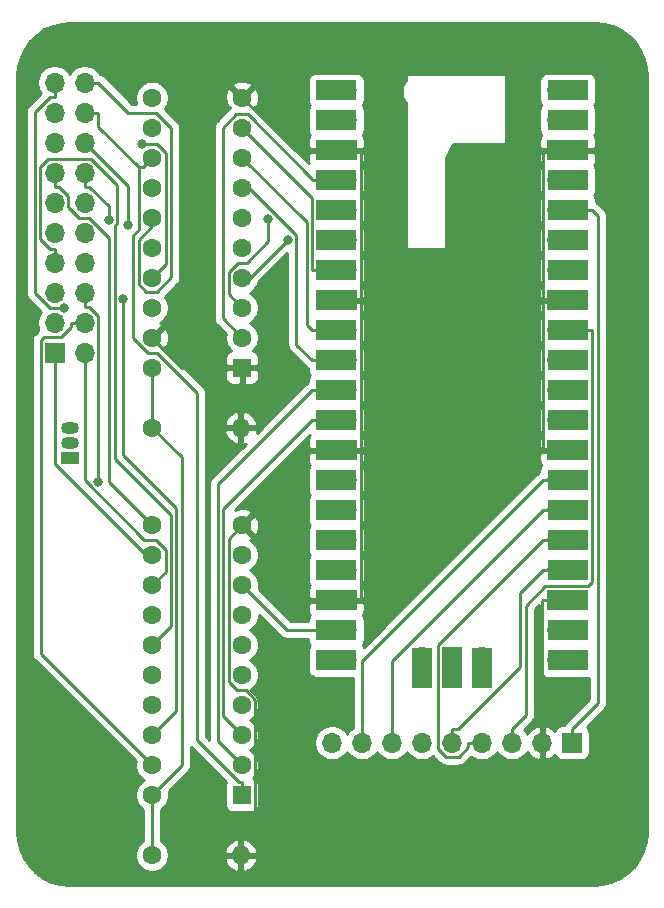
<source format=gbr>
G04 #@! TF.GenerationSoftware,KiCad,Pcbnew,5.1.5+dfsg1-2build2*
G04 #@! TF.CreationDate,2021-03-04T20:11:05+00:00*
G04 #@! TF.ProjectId,PicoMMC,5069636f-4d4d-4432-9e6b-696361645f70,rev?*
G04 #@! TF.SameCoordinates,Original*
G04 #@! TF.FileFunction,Copper,L1,Top*
G04 #@! TF.FilePolarity,Positive*
%FSLAX46Y46*%
G04 Gerber Fmt 4.6, Leading zero omitted, Abs format (unit mm)*
G04 Created by KiCad (PCBNEW 5.1.5+dfsg1-2build2) date 2021-03-04 20:11:05*
%MOMM*%
%LPD*%
G04 APERTURE LIST*
%ADD10R,1.700000X1.700000*%
%ADD11O,1.700000X1.700000*%
%ADD12O,1.500000X1.050000*%
%ADD13R,1.500000X1.050000*%
%ADD14C,1.600000*%
%ADD15O,1.600000X1.600000*%
%ADD16R,1.600000X1.600000*%
%ADD17R,3.500000X1.700000*%
%ADD18R,1.700000X3.500000*%
%ADD19C,0.800000*%
%ADD20C,0.250000*%
%ADD21C,0.254000*%
G04 APERTURE END LIST*
D10*
X157480000Y-126365000D03*
D11*
X154940000Y-126365000D03*
X152400000Y-126365000D03*
X149860000Y-126365000D03*
X147320000Y-126365000D03*
X144780000Y-126365000D03*
X142240000Y-126365000D03*
X139700000Y-126365000D03*
X137160000Y-126365000D03*
D12*
X114935000Y-100965000D03*
X114935000Y-99695000D03*
D13*
X114935000Y-102235000D03*
D10*
X113665000Y-93345000D03*
D11*
X116205000Y-93345000D03*
X113665000Y-90805000D03*
X116205000Y-90805000D03*
X113665000Y-88265000D03*
X116205000Y-88265000D03*
X113665000Y-85725000D03*
X116205000Y-85725000D03*
X113665000Y-83185000D03*
X116205000Y-83185000D03*
X113665000Y-80645000D03*
X116205000Y-80645000D03*
X113665000Y-78105000D03*
X116205000Y-78105000D03*
X113665000Y-75565000D03*
X116205000Y-75565000D03*
X113665000Y-73025000D03*
X116205000Y-73025000D03*
X113665000Y-70485000D03*
X116205000Y-70485000D03*
D14*
X121920000Y-135890000D03*
D15*
X129420000Y-135890000D03*
D14*
X121920000Y-99695000D03*
D15*
X129420000Y-99695000D03*
D16*
X129540000Y-94615000D03*
D14*
X129540000Y-92075000D03*
X129540000Y-89535000D03*
X129540000Y-86995000D03*
X129540000Y-84455000D03*
X129540000Y-81915000D03*
X129540000Y-79375000D03*
X121920000Y-79375000D03*
X121920000Y-81915000D03*
X121920000Y-84455000D03*
X121920000Y-86995000D03*
X121920000Y-89535000D03*
X121920000Y-92075000D03*
X121920000Y-94615000D03*
X129540000Y-76835000D03*
X121920000Y-76835000D03*
X129540000Y-74295000D03*
X121920000Y-74295000D03*
X129540000Y-71755000D03*
X121920000Y-71755000D03*
D11*
X138430000Y-71120000D03*
X138430000Y-73660000D03*
D10*
X138430000Y-76200000D03*
D11*
X138430000Y-78740000D03*
X138430000Y-81280000D03*
X138430000Y-83820000D03*
X138430000Y-86360000D03*
D10*
X138430000Y-88900000D03*
D11*
X138430000Y-91440000D03*
X138430000Y-93980000D03*
X138430000Y-96520000D03*
X138430000Y-99060000D03*
D10*
X138430000Y-101600000D03*
D11*
X138430000Y-104140000D03*
X138430000Y-106680000D03*
X138430000Y-109220000D03*
X138430000Y-111760000D03*
D10*
X138430000Y-114300000D03*
D11*
X138430000Y-116840000D03*
X138430000Y-119380000D03*
X156210000Y-119380000D03*
X156210000Y-116840000D03*
D10*
X156210000Y-114300000D03*
D11*
X156210000Y-111760000D03*
X156210000Y-109220000D03*
X156210000Y-106680000D03*
X156210000Y-104140000D03*
D10*
X156210000Y-101600000D03*
D11*
X156210000Y-99060000D03*
X156210000Y-96520000D03*
X156210000Y-93980000D03*
X156210000Y-91440000D03*
D10*
X156210000Y-88900000D03*
D11*
X156210000Y-86360000D03*
X156210000Y-83820000D03*
X156210000Y-81280000D03*
X156210000Y-78740000D03*
D10*
X156210000Y-76200000D03*
D11*
X156210000Y-73660000D03*
X156210000Y-71120000D03*
D17*
X137530000Y-71120000D03*
X137530000Y-73660000D03*
X137530000Y-76200000D03*
X137530000Y-78740000D03*
X137530000Y-81280000D03*
X137530000Y-83820000D03*
X137530000Y-86360000D03*
X137530000Y-88900000D03*
X137530000Y-91440000D03*
X137530000Y-93980000D03*
X137530000Y-96520000D03*
X137530000Y-99060000D03*
X137530000Y-101600000D03*
X137530000Y-104140000D03*
X137530000Y-106680000D03*
X137530000Y-109220000D03*
X137530000Y-111760000D03*
X137530000Y-114300000D03*
X137530000Y-116840000D03*
X137530000Y-119380000D03*
X157110000Y-71120000D03*
X157110000Y-73660000D03*
X157110000Y-76200000D03*
X157110000Y-78740000D03*
X157110000Y-81280000D03*
X157110000Y-83820000D03*
X157110000Y-86360000D03*
X157110000Y-88900000D03*
X157110000Y-91440000D03*
X157110000Y-93980000D03*
X157110000Y-96520000D03*
X157110000Y-99060000D03*
X157110000Y-101600000D03*
X157110000Y-104140000D03*
X157110000Y-106680000D03*
X157110000Y-109220000D03*
X157110000Y-111760000D03*
X157110000Y-114300000D03*
X157110000Y-116840000D03*
X157110000Y-119380000D03*
D18*
X144780000Y-120050000D03*
D11*
X144780000Y-119150000D03*
D18*
X147320000Y-120050000D03*
D10*
X147320000Y-119150000D03*
D18*
X149860000Y-120050000D03*
D11*
X149860000Y-119150000D03*
D16*
X129540000Y-130810000D03*
D14*
X129540000Y-128270000D03*
X129540000Y-125730000D03*
X129540000Y-123190000D03*
X129540000Y-120650000D03*
X129540000Y-118110000D03*
X129540000Y-115570000D03*
X121920000Y-115570000D03*
X121920000Y-118110000D03*
X121920000Y-120650000D03*
X121920000Y-123190000D03*
X121920000Y-125730000D03*
X121920000Y-128270000D03*
X121920000Y-130810000D03*
X129540000Y-113030000D03*
X121920000Y-113030000D03*
X129540000Y-110490000D03*
X121920000Y-110490000D03*
X129540000Y-107950000D03*
X121920000Y-107950000D03*
D19*
X114467000Y-89535000D03*
X119871400Y-82564500D03*
X118236400Y-82104200D03*
X121076500Y-75693600D03*
X119477600Y-88829700D03*
X117380300Y-104293400D03*
X133422900Y-83811000D03*
X131777500Y-82023800D03*
D20*
X129420000Y-135890000D02*
X129420000Y-134764700D01*
X129420000Y-134764700D02*
X130665400Y-133519300D01*
X130665400Y-133519300D02*
X130665400Y-122717800D01*
X130665400Y-122717800D02*
X129867600Y-121920000D01*
X129867600Y-121920000D02*
X129138200Y-121920000D01*
X129138200Y-121920000D02*
X128408900Y-121190700D01*
X128408900Y-121190700D02*
X128408900Y-109081100D01*
X128408900Y-109081100D02*
X129540000Y-107950000D01*
X129540000Y-71755000D02*
X133985000Y-76200000D01*
X133985000Y-76200000D02*
X138430000Y-76200000D01*
X121920000Y-92075000D02*
X124460000Y-94615000D01*
X124460000Y-94615000D02*
X129540000Y-94615000D01*
X138430000Y-114300000D02*
X139605300Y-114300000D01*
X139605300Y-114300000D02*
X139605300Y-101600000D01*
X129540000Y-94615000D02*
X129540000Y-95740300D01*
X129540000Y-95740300D02*
X129420000Y-95860300D01*
X129420000Y-95860300D02*
X129420000Y-99695000D01*
X138430000Y-76200000D02*
X139605300Y-76200000D01*
X139605300Y-88900000D02*
X139605300Y-76200000D01*
X139492700Y-88900000D02*
X139605300Y-88900000D01*
X138430000Y-88900000D02*
X139492700Y-88900000D01*
X138430000Y-101600000D02*
X139605300Y-101600000D01*
X139605300Y-101600000D02*
X139605300Y-88900000D01*
X156210000Y-76200000D02*
X155034700Y-76200000D01*
X155034700Y-76200000D02*
X155034700Y-88900000D01*
X156210000Y-101600000D02*
X155034700Y-101600000D01*
X156210000Y-88900000D02*
X155034700Y-88900000D01*
X155034700Y-88900000D02*
X155034700Y-101600000D01*
X156210000Y-114300000D02*
X155034700Y-114300000D01*
X154940000Y-126365000D02*
X154940000Y-114394700D01*
X154940000Y-114394700D02*
X155034700Y-114300000D01*
X156210000Y-109220000D02*
X155034700Y-109220000D01*
X149860000Y-126365000D02*
X148684700Y-126365000D01*
X148684700Y-126365000D02*
X148684700Y-126732300D01*
X148684700Y-126732300D02*
X147870300Y-127546700D01*
X147870300Y-127546700D02*
X146793000Y-127546700D01*
X146793000Y-127546700D02*
X146144600Y-126898300D01*
X146144600Y-126898300D02*
X146144600Y-118110100D01*
X146144600Y-118110100D02*
X155034700Y-109220000D01*
X156210000Y-91440000D02*
X159185300Y-91440000D01*
X152400000Y-126365000D02*
X152400000Y-125189700D01*
X152400000Y-125189700D02*
X153575300Y-124014400D01*
X153575300Y-124014400D02*
X153575300Y-114755900D01*
X153575300Y-114755900D02*
X155206600Y-113124600D01*
X155206600Y-113124600D02*
X158812400Y-113124600D01*
X158812400Y-113124600D02*
X159185300Y-112751700D01*
X159185300Y-112751700D02*
X159185300Y-91440000D01*
X156210000Y-81280000D02*
X159185300Y-81280000D01*
X157480000Y-126365000D02*
X157480000Y-125189700D01*
X157480000Y-125189700D02*
X159665900Y-123003800D01*
X159665900Y-123003800D02*
X159665900Y-81760600D01*
X159665900Y-81760600D02*
X159185300Y-81280000D01*
X121920000Y-130810000D02*
X124434500Y-128295500D01*
X124434500Y-128295500D02*
X124434500Y-102209500D01*
X124434500Y-102209500D02*
X121920000Y-99695000D01*
X121920000Y-135890000D02*
X121920000Y-130810000D01*
X121920000Y-99695000D02*
X121920000Y-94615000D01*
X156210000Y-111760000D02*
X155034700Y-111760000D01*
X147320000Y-126365000D02*
X147320000Y-125189700D01*
X147320000Y-125189700D02*
X147834200Y-125189700D01*
X147834200Y-125189700D02*
X153106000Y-119917900D01*
X153106000Y-119917900D02*
X153106000Y-113688700D01*
X153106000Y-113688700D02*
X155034700Y-111760000D01*
X142240000Y-126365000D02*
X142240000Y-119474700D01*
X142240000Y-119474700D02*
X155034700Y-106680000D01*
X156210000Y-106680000D02*
X155034700Y-106680000D01*
X156210000Y-104140000D02*
X155034700Y-104140000D01*
X139700000Y-126365000D02*
X139700000Y-119474700D01*
X139700000Y-119474700D02*
X155034700Y-104140000D01*
X116205000Y-70485000D02*
X117380300Y-70485000D01*
X117380300Y-70485000D02*
X119920300Y-73025000D01*
X119920300Y-73025000D02*
X122274000Y-73025000D01*
X122274000Y-73025000D02*
X123563400Y-74314400D01*
X123563400Y-74314400D02*
X123563400Y-86978600D01*
X123563400Y-86978600D02*
X122370500Y-88171500D01*
X122370500Y-88171500D02*
X121435400Y-88171500D01*
X121435400Y-88171500D02*
X120781000Y-87517100D01*
X120781000Y-87517100D02*
X120781000Y-83780000D01*
X120781000Y-83780000D02*
X121920000Y-82641000D01*
X121920000Y-82641000D02*
X121920000Y-81915000D01*
X114467000Y-89535000D02*
X113249900Y-89535000D01*
X113249900Y-89535000D02*
X111998800Y-88283900D01*
X111998800Y-88283900D02*
X111998800Y-72961200D01*
X111998800Y-72961200D02*
X113299700Y-71660300D01*
X113299700Y-71660300D02*
X113665000Y-71660300D01*
X113665000Y-70485000D02*
X113665000Y-71660300D01*
X120781000Y-77601000D02*
X120781000Y-82917800D01*
X120781000Y-82917800D02*
X120330700Y-83368100D01*
X120330700Y-83368100D02*
X120330700Y-92083700D01*
X120330700Y-92083700D02*
X121592000Y-93345000D01*
X121592000Y-93345000D02*
X122312800Y-93345000D01*
X122312800Y-93345000D02*
X125730000Y-96762200D01*
X125730000Y-96762200D02*
X125730000Y-126156000D01*
X125730000Y-126156000D02*
X129258700Y-129684700D01*
X129258700Y-129684700D02*
X129540000Y-129684700D01*
X116205000Y-73025000D02*
X117380300Y-73025000D01*
X117380300Y-73025000D02*
X117380300Y-74200300D01*
X117380300Y-74200300D02*
X120781000Y-77601000D01*
X121920000Y-76835000D02*
X121154000Y-77601000D01*
X121154000Y-77601000D02*
X120781000Y-77601000D01*
X129540000Y-130810000D02*
X129540000Y-129684700D01*
X116205000Y-75565000D02*
X119871400Y-79231400D01*
X119871400Y-79231400D02*
X119871400Y-82564500D01*
X116205000Y-78105000D02*
X116205000Y-79280300D01*
X116205000Y-79280300D02*
X116572300Y-79280300D01*
X116572300Y-79280300D02*
X118236400Y-80944400D01*
X118236400Y-80944400D02*
X118236400Y-82104200D01*
X113665000Y-79280300D02*
X114032400Y-79280300D01*
X114032400Y-79280300D02*
X114840300Y-80088200D01*
X114840300Y-80088200D02*
X114840300Y-80981300D01*
X114840300Y-80981300D02*
X115774000Y-81915000D01*
X115774000Y-81915000D02*
X116608700Y-81915000D01*
X116608700Y-81915000D02*
X118302000Y-83608300D01*
X118302000Y-83608300D02*
X118302000Y-104332000D01*
X118302000Y-104332000D02*
X121920000Y-107950000D01*
X113665000Y-78105000D02*
X113665000Y-79280300D01*
X121076500Y-75693600D02*
X122370400Y-75693600D01*
X122370400Y-75693600D02*
X123093500Y-76416700D01*
X123093500Y-76416700D02*
X123093500Y-85821500D01*
X123093500Y-85821500D02*
X121920000Y-86995000D01*
X121920000Y-125730000D02*
X123981000Y-123669000D01*
X123981000Y-123669000D02*
X123981000Y-106522700D01*
X123981000Y-106522700D02*
X119477600Y-102019300D01*
X119477600Y-102019300D02*
X119477600Y-88829700D01*
X113665000Y-84549700D02*
X113297700Y-84549700D01*
X113297700Y-84549700D02*
X112463700Y-83715700D01*
X112463700Y-83715700D02*
X112463700Y-77585900D01*
X112463700Y-77585900D02*
X113123000Y-76926600D01*
X113123000Y-76926600D02*
X116739000Y-76926600D01*
X116739000Y-76926600D02*
X118961700Y-79149300D01*
X118961700Y-79149300D02*
X118961700Y-82404700D01*
X118961700Y-82404700D02*
X118752300Y-82614100D01*
X118752300Y-82614100D02*
X118752300Y-102335500D01*
X118752300Y-102335500D02*
X123530700Y-107113900D01*
X123530700Y-107113900D02*
X123530700Y-116499300D01*
X123530700Y-116499300D02*
X121920000Y-118110000D01*
X113665000Y-85725000D02*
X113665000Y-84549700D01*
X116205000Y-89440300D02*
X116572400Y-89440300D01*
X116572400Y-89440300D02*
X117380300Y-90248200D01*
X117380300Y-90248200D02*
X117380300Y-104293400D01*
X116205000Y-88265000D02*
X116205000Y-89440300D01*
X116205000Y-90805000D02*
X115029700Y-90805000D01*
X115029700Y-90805000D02*
X115029700Y-91172400D01*
X115029700Y-91172400D02*
X114221800Y-91980300D01*
X114221800Y-91980300D02*
X112811700Y-91980300D01*
X112811700Y-91980300D02*
X112484100Y-92307900D01*
X112484100Y-92307900D02*
X112484100Y-118834100D01*
X112484100Y-118834100D02*
X121920000Y-128270000D01*
X116205000Y-93345000D02*
X116205000Y-104143800D01*
X116205000Y-104143800D02*
X121281200Y-109220000D01*
X121281200Y-109220000D02*
X122241800Y-109220000D01*
X122241800Y-109220000D02*
X123061400Y-110039600D01*
X123061400Y-110039600D02*
X123061400Y-111888600D01*
X123061400Y-111888600D02*
X121920000Y-113030000D01*
X113665000Y-93345000D02*
X113665000Y-102754300D01*
X113665000Y-102754300D02*
X121400700Y-110490000D01*
X121400700Y-110490000D02*
X121920000Y-110490000D01*
X129540000Y-113030000D02*
X133350000Y-116840000D01*
X133350000Y-116840000D02*
X138430000Y-116840000D01*
X135454700Y-99060000D02*
X127958600Y-106556100D01*
X127958600Y-106556100D02*
X127958600Y-124148600D01*
X127958600Y-124148600D02*
X129540000Y-125730000D01*
X138430000Y-99060000D02*
X135454700Y-99060000D01*
X135454700Y-96520000D02*
X127508300Y-104466400D01*
X127508300Y-104466400D02*
X127508300Y-126238300D01*
X127508300Y-126238300D02*
X129540000Y-128270000D01*
X138430000Y-96520000D02*
X135454700Y-96520000D01*
X135454700Y-93980000D02*
X134148200Y-92673500D01*
X134148200Y-92673500D02*
X134148200Y-83368700D01*
X134148200Y-83368700D02*
X130154500Y-79375000D01*
X130154500Y-79375000D02*
X129540000Y-79375000D01*
X138430000Y-93980000D02*
X135454700Y-93980000D01*
X129540000Y-76835000D02*
X135004400Y-82299400D01*
X135004400Y-82299400D02*
X135004400Y-90989700D01*
X135004400Y-90989700D02*
X135454700Y-91440000D01*
X138430000Y-91440000D02*
X135454700Y-91440000D01*
X138430000Y-86360000D02*
X135454700Y-86360000D01*
X129540000Y-74295000D02*
X135454700Y-80209700D01*
X135454700Y-80209700D02*
X135454700Y-86360000D01*
X129540000Y-86995000D02*
X130238900Y-86995000D01*
X130238900Y-86995000D02*
X133422900Y-83811000D01*
X129540000Y-89535000D02*
X128403700Y-88398700D01*
X128403700Y-88398700D02*
X128403700Y-86530300D01*
X128403700Y-86530300D02*
X129209000Y-85725000D01*
X129209000Y-85725000D02*
X129925700Y-85725000D01*
X129925700Y-85725000D02*
X131777500Y-83873200D01*
X131777500Y-83873200D02*
X131777500Y-82023800D01*
X138430000Y-78740000D02*
X135454700Y-78740000D01*
X129540000Y-92075000D02*
X127901000Y-90436000D01*
X127901000Y-90436000D02*
X127901000Y-74286200D01*
X127901000Y-74286200D02*
X129023100Y-73164100D01*
X129023100Y-73164100D02*
X130018100Y-73164100D01*
X130018100Y-73164100D02*
X135454700Y-78600700D01*
X135454700Y-78600700D02*
X135454700Y-78740000D01*
D21*
G36*
X160167249Y-65502437D02*
G01*
X160924774Y-65709672D01*
X161633625Y-66047777D01*
X162271404Y-66506067D01*
X162817946Y-67070055D01*
X163255977Y-67721913D01*
X163571651Y-68441038D01*
X163756206Y-69209768D01*
X163805000Y-69874207D01*
X163805001Y-133955597D01*
X163732563Y-134767249D01*
X163525328Y-135524774D01*
X163187221Y-136233627D01*
X162728928Y-136871410D01*
X162164945Y-137417946D01*
X161513085Y-137855978D01*
X160793963Y-138171651D01*
X160025232Y-138356206D01*
X159360792Y-138405000D01*
X114964392Y-138405000D01*
X114152751Y-138332563D01*
X113395226Y-138125328D01*
X112686373Y-137787221D01*
X112048590Y-137328928D01*
X111502054Y-136764945D01*
X111064022Y-136113085D01*
X110748349Y-135393963D01*
X110563794Y-134625232D01*
X110515000Y-133960792D01*
X110515000Y-72961200D01*
X111235124Y-72961200D01*
X111238801Y-72998533D01*
X111238800Y-88246578D01*
X111235124Y-88283900D01*
X111238800Y-88321222D01*
X111238800Y-88321232D01*
X111249797Y-88432885D01*
X111281517Y-88537453D01*
X111293254Y-88576146D01*
X111363826Y-88708176D01*
X111386086Y-88735299D01*
X111458799Y-88823901D01*
X111487803Y-88847704D01*
X112506294Y-89866196D01*
X112349010Y-90101589D01*
X112237068Y-90371842D01*
X112180000Y-90658740D01*
X112180000Y-90951260D01*
X112237068Y-91238158D01*
X112308341Y-91410228D01*
X112271699Y-91440299D01*
X112247896Y-91469303D01*
X111973103Y-91744096D01*
X111944099Y-91767899D01*
X111911703Y-91807374D01*
X111849126Y-91883624D01*
X111797612Y-91980000D01*
X111778554Y-92015654D01*
X111735097Y-92158915D01*
X111724100Y-92270568D01*
X111724100Y-92270578D01*
X111720424Y-92307900D01*
X111724100Y-92345222D01*
X111724101Y-118796767D01*
X111720424Y-118834100D01*
X111724101Y-118871433D01*
X111733189Y-118963698D01*
X111735098Y-118983085D01*
X111778554Y-119126346D01*
X111849126Y-119258376D01*
X111920301Y-119345102D01*
X111944100Y-119374101D01*
X111973098Y-119397899D01*
X120521312Y-127946114D01*
X120485000Y-128128665D01*
X120485000Y-128411335D01*
X120540147Y-128688574D01*
X120648320Y-128949727D01*
X120805363Y-129184759D01*
X121005241Y-129384637D01*
X121237759Y-129540000D01*
X121005241Y-129695363D01*
X120805363Y-129895241D01*
X120648320Y-130130273D01*
X120540147Y-130391426D01*
X120485000Y-130668665D01*
X120485000Y-130951335D01*
X120540147Y-131228574D01*
X120648320Y-131489727D01*
X120805363Y-131724759D01*
X121005241Y-131924637D01*
X121160001Y-132028044D01*
X121160000Y-134671956D01*
X121005241Y-134775363D01*
X120805363Y-134975241D01*
X120648320Y-135210273D01*
X120540147Y-135471426D01*
X120485000Y-135748665D01*
X120485000Y-136031335D01*
X120540147Y-136308574D01*
X120648320Y-136569727D01*
X120805363Y-136804759D01*
X121005241Y-137004637D01*
X121240273Y-137161680D01*
X121501426Y-137269853D01*
X121778665Y-137325000D01*
X122061335Y-137325000D01*
X122338574Y-137269853D01*
X122599727Y-137161680D01*
X122834759Y-137004637D01*
X123034637Y-136804759D01*
X123191680Y-136569727D01*
X123299853Y-136308574D01*
X123313684Y-136239039D01*
X128028096Y-136239039D01*
X128068754Y-136373087D01*
X128188963Y-136627420D01*
X128356481Y-136853414D01*
X128564869Y-137042385D01*
X128806119Y-137187070D01*
X129070960Y-137281909D01*
X129293000Y-137160624D01*
X129293000Y-136017000D01*
X129547000Y-136017000D01*
X129547000Y-137160624D01*
X129769040Y-137281909D01*
X130033881Y-137187070D01*
X130275131Y-137042385D01*
X130483519Y-136853414D01*
X130651037Y-136627420D01*
X130771246Y-136373087D01*
X130811904Y-136239039D01*
X130689915Y-136017000D01*
X129547000Y-136017000D01*
X129293000Y-136017000D01*
X128150085Y-136017000D01*
X128028096Y-136239039D01*
X123313684Y-136239039D01*
X123355000Y-136031335D01*
X123355000Y-135748665D01*
X123313685Y-135540961D01*
X128028096Y-135540961D01*
X128150085Y-135763000D01*
X129293000Y-135763000D01*
X129293000Y-134619376D01*
X129547000Y-134619376D01*
X129547000Y-135763000D01*
X130689915Y-135763000D01*
X130811904Y-135540961D01*
X130771246Y-135406913D01*
X130651037Y-135152580D01*
X130483519Y-134926586D01*
X130275131Y-134737615D01*
X130033881Y-134592930D01*
X129769040Y-134498091D01*
X129547000Y-134619376D01*
X129293000Y-134619376D01*
X129070960Y-134498091D01*
X128806119Y-134592930D01*
X128564869Y-134737615D01*
X128356481Y-134926586D01*
X128188963Y-135152580D01*
X128068754Y-135406913D01*
X128028096Y-135540961D01*
X123313685Y-135540961D01*
X123299853Y-135471426D01*
X123191680Y-135210273D01*
X123034637Y-134975241D01*
X122834759Y-134775363D01*
X122680000Y-134671957D01*
X122680000Y-132028043D01*
X122834759Y-131924637D01*
X123034637Y-131724759D01*
X123191680Y-131489727D01*
X123299853Y-131228574D01*
X123355000Y-130951335D01*
X123355000Y-130668665D01*
X123318688Y-130486114D01*
X124945504Y-128859298D01*
X124974501Y-128835501D01*
X125000832Y-128803417D01*
X125069474Y-128719777D01*
X125140046Y-128587747D01*
X125140046Y-128587746D01*
X125183503Y-128444486D01*
X125194500Y-128332833D01*
X125194500Y-128332823D01*
X125198176Y-128295501D01*
X125194500Y-128258178D01*
X125194500Y-126699694D01*
X125218998Y-126719799D01*
X128190389Y-129691191D01*
X128150498Y-129765820D01*
X128114188Y-129885518D01*
X128101928Y-130010000D01*
X128101928Y-131610000D01*
X128114188Y-131734482D01*
X128150498Y-131854180D01*
X128209463Y-131964494D01*
X128288815Y-132061185D01*
X128385506Y-132140537D01*
X128495820Y-132199502D01*
X128615518Y-132235812D01*
X128740000Y-132248072D01*
X130340000Y-132248072D01*
X130464482Y-132235812D01*
X130584180Y-132199502D01*
X130694494Y-132140537D01*
X130791185Y-132061185D01*
X130870537Y-131964494D01*
X130929502Y-131854180D01*
X130965812Y-131734482D01*
X130978072Y-131610000D01*
X130978072Y-130010000D01*
X130965812Y-129885518D01*
X130929502Y-129765820D01*
X130870537Y-129655506D01*
X130791185Y-129558815D01*
X130694494Y-129479463D01*
X130584180Y-129420498D01*
X130464482Y-129384188D01*
X130456039Y-129383357D01*
X130654637Y-129184759D01*
X130811680Y-128949727D01*
X130919853Y-128688574D01*
X130975000Y-128411335D01*
X130975000Y-128128665D01*
X130919853Y-127851426D01*
X130811680Y-127590273D01*
X130654637Y-127355241D01*
X130454759Y-127155363D01*
X130222241Y-127000000D01*
X130454759Y-126844637D01*
X130654637Y-126644759D01*
X130811680Y-126409727D01*
X130919853Y-126148574D01*
X130975000Y-125871335D01*
X130975000Y-125588665D01*
X130919853Y-125311426D01*
X130811680Y-125050273D01*
X130654637Y-124815241D01*
X130454759Y-124615363D01*
X130222241Y-124460000D01*
X130454759Y-124304637D01*
X130654637Y-124104759D01*
X130811680Y-123869727D01*
X130919853Y-123608574D01*
X130975000Y-123331335D01*
X130975000Y-123048665D01*
X130919853Y-122771426D01*
X130811680Y-122510273D01*
X130654637Y-122275241D01*
X130454759Y-122075363D01*
X130222241Y-121920000D01*
X130454759Y-121764637D01*
X130654637Y-121564759D01*
X130811680Y-121329727D01*
X130919853Y-121068574D01*
X130975000Y-120791335D01*
X130975000Y-120508665D01*
X130919853Y-120231426D01*
X130811680Y-119970273D01*
X130654637Y-119735241D01*
X130454759Y-119535363D01*
X130222241Y-119380000D01*
X130454759Y-119224637D01*
X130654637Y-119024759D01*
X130811680Y-118789727D01*
X130919853Y-118528574D01*
X130975000Y-118251335D01*
X130975000Y-117968665D01*
X130919853Y-117691426D01*
X130811680Y-117430273D01*
X130654637Y-117195241D01*
X130454759Y-116995363D01*
X130222241Y-116840000D01*
X130454759Y-116684637D01*
X130654637Y-116484759D01*
X130811680Y-116249727D01*
X130919853Y-115988574D01*
X130975000Y-115711335D01*
X130975000Y-115539802D01*
X132786201Y-117351003D01*
X132809999Y-117380001D01*
X132925724Y-117474974D01*
X133057753Y-117545546D01*
X133201014Y-117589003D01*
X133312667Y-117600000D01*
X133312675Y-117600000D01*
X133350000Y-117603676D01*
X133387325Y-117600000D01*
X135141928Y-117600000D01*
X135141928Y-117690000D01*
X135154188Y-117814482D01*
X135190498Y-117934180D01*
X135249463Y-118044494D01*
X135303222Y-118110000D01*
X135249463Y-118175506D01*
X135190498Y-118285820D01*
X135154188Y-118405518D01*
X135141928Y-118530000D01*
X135141928Y-120230000D01*
X135154188Y-120354482D01*
X135190498Y-120474180D01*
X135249463Y-120584494D01*
X135328815Y-120681185D01*
X135425506Y-120760537D01*
X135535820Y-120819502D01*
X135655518Y-120855812D01*
X135780000Y-120868072D01*
X138940001Y-120868072D01*
X138940000Y-125086821D01*
X138753368Y-125211525D01*
X138546525Y-125418368D01*
X138430000Y-125592760D01*
X138313475Y-125418368D01*
X138106632Y-125211525D01*
X137863411Y-125049010D01*
X137593158Y-124937068D01*
X137306260Y-124880000D01*
X137013740Y-124880000D01*
X136726842Y-124937068D01*
X136456589Y-125049010D01*
X136213368Y-125211525D01*
X136006525Y-125418368D01*
X135844010Y-125661589D01*
X135732068Y-125931842D01*
X135675000Y-126218740D01*
X135675000Y-126511260D01*
X135732068Y-126798158D01*
X135844010Y-127068411D01*
X136006525Y-127311632D01*
X136213368Y-127518475D01*
X136456589Y-127680990D01*
X136726842Y-127792932D01*
X137013740Y-127850000D01*
X137306260Y-127850000D01*
X137593158Y-127792932D01*
X137863411Y-127680990D01*
X138106632Y-127518475D01*
X138313475Y-127311632D01*
X138430000Y-127137240D01*
X138546525Y-127311632D01*
X138753368Y-127518475D01*
X138996589Y-127680990D01*
X139266842Y-127792932D01*
X139553740Y-127850000D01*
X139846260Y-127850000D01*
X140133158Y-127792932D01*
X140403411Y-127680990D01*
X140646632Y-127518475D01*
X140853475Y-127311632D01*
X140970000Y-127137240D01*
X141086525Y-127311632D01*
X141293368Y-127518475D01*
X141536589Y-127680990D01*
X141806842Y-127792932D01*
X142093740Y-127850000D01*
X142386260Y-127850000D01*
X142673158Y-127792932D01*
X142943411Y-127680990D01*
X143186632Y-127518475D01*
X143393475Y-127311632D01*
X143510000Y-127137240D01*
X143626525Y-127311632D01*
X143833368Y-127518475D01*
X144076589Y-127680990D01*
X144346842Y-127792932D01*
X144633740Y-127850000D01*
X144926260Y-127850000D01*
X145213158Y-127792932D01*
X145483411Y-127680990D01*
X145704657Y-127533158D01*
X146229200Y-128057702D01*
X146252999Y-128086701D01*
X146281997Y-128110499D01*
X146368723Y-128181674D01*
X146500753Y-128252246D01*
X146644014Y-128295703D01*
X146755667Y-128306700D01*
X146755676Y-128306700D01*
X146792999Y-128310376D01*
X146830322Y-128306700D01*
X147832978Y-128306700D01*
X147870300Y-128310376D01*
X147907622Y-128306700D01*
X147907633Y-128306700D01*
X148019286Y-128295703D01*
X148162547Y-128252246D01*
X148294576Y-128181674D01*
X148410301Y-128086701D01*
X148434103Y-128057698D01*
X148949311Y-127542491D01*
X149156589Y-127680990D01*
X149426842Y-127792932D01*
X149713740Y-127850000D01*
X150006260Y-127850000D01*
X150293158Y-127792932D01*
X150563411Y-127680990D01*
X150806632Y-127518475D01*
X151013475Y-127311632D01*
X151130000Y-127137240D01*
X151246525Y-127311632D01*
X151453368Y-127518475D01*
X151696589Y-127680990D01*
X151966842Y-127792932D01*
X152253740Y-127850000D01*
X152546260Y-127850000D01*
X152833158Y-127792932D01*
X153103411Y-127680990D01*
X153346632Y-127518475D01*
X153553475Y-127311632D01*
X153675195Y-127129466D01*
X153744822Y-127246355D01*
X153939731Y-127462588D01*
X154173080Y-127636641D01*
X154435901Y-127761825D01*
X154583110Y-127806476D01*
X154813000Y-127685155D01*
X154813000Y-126492000D01*
X154793000Y-126492000D01*
X154793000Y-126238000D01*
X154813000Y-126238000D01*
X154813000Y-125044845D01*
X154583110Y-124923524D01*
X154435901Y-124968175D01*
X154173080Y-125093359D01*
X153939731Y-125267412D01*
X153744822Y-125483645D01*
X153675195Y-125600534D01*
X153553475Y-125418368D01*
X153399804Y-125264697D01*
X154086304Y-124578198D01*
X154115301Y-124554401D01*
X154210274Y-124438676D01*
X154280846Y-124306647D01*
X154324303Y-124163386D01*
X154335300Y-124051733D01*
X154335300Y-124051724D01*
X154338976Y-124014401D01*
X154335300Y-123977078D01*
X154335300Y-115070701D01*
X154724479Y-114681523D01*
X154721928Y-115150000D01*
X154734188Y-115274482D01*
X154770498Y-115394180D01*
X154829463Y-115504494D01*
X154883222Y-115570000D01*
X154829463Y-115635506D01*
X154770498Y-115745820D01*
X154734188Y-115865518D01*
X154721928Y-115990000D01*
X154721928Y-117690000D01*
X154734188Y-117814482D01*
X154770498Y-117934180D01*
X154829463Y-118044494D01*
X154883222Y-118110000D01*
X154829463Y-118175506D01*
X154770498Y-118285820D01*
X154734188Y-118405518D01*
X154721928Y-118530000D01*
X154721928Y-120230000D01*
X154734188Y-120354482D01*
X154770498Y-120474180D01*
X154829463Y-120584494D01*
X154908815Y-120681185D01*
X155005506Y-120760537D01*
X155115820Y-120819502D01*
X155235518Y-120855812D01*
X155360000Y-120868072D01*
X158860000Y-120868072D01*
X158905900Y-120863551D01*
X158905900Y-122688997D01*
X156968998Y-124625901D01*
X156940000Y-124649699D01*
X156916202Y-124678697D01*
X156916201Y-124678698D01*
X156845026Y-124765424D01*
X156785425Y-124876928D01*
X156630000Y-124876928D01*
X156505518Y-124889188D01*
X156385820Y-124925498D01*
X156275506Y-124984463D01*
X156178815Y-125063815D01*
X156099463Y-125160506D01*
X156040498Y-125270820D01*
X156016034Y-125351466D01*
X155940269Y-125267412D01*
X155706920Y-125093359D01*
X155444099Y-124968175D01*
X155296890Y-124923524D01*
X155067000Y-125044845D01*
X155067000Y-126238000D01*
X155087000Y-126238000D01*
X155087000Y-126492000D01*
X155067000Y-126492000D01*
X155067000Y-127685155D01*
X155296890Y-127806476D01*
X155444099Y-127761825D01*
X155706920Y-127636641D01*
X155940269Y-127462588D01*
X156016034Y-127378534D01*
X156040498Y-127459180D01*
X156099463Y-127569494D01*
X156178815Y-127666185D01*
X156275506Y-127745537D01*
X156385820Y-127804502D01*
X156505518Y-127840812D01*
X156630000Y-127853072D01*
X158330000Y-127853072D01*
X158454482Y-127840812D01*
X158574180Y-127804502D01*
X158684494Y-127745537D01*
X158781185Y-127666185D01*
X158860537Y-127569494D01*
X158919502Y-127459180D01*
X158955812Y-127339482D01*
X158968072Y-127215000D01*
X158968072Y-125515000D01*
X158955812Y-125390518D01*
X158919502Y-125270820D01*
X158860537Y-125160506D01*
X158781185Y-125063815D01*
X158725987Y-125018515D01*
X160176909Y-123567594D01*
X160205901Y-123543801D01*
X160229695Y-123514808D01*
X160229699Y-123514804D01*
X160300873Y-123428077D01*
X160300874Y-123428076D01*
X160371446Y-123296047D01*
X160414903Y-123152786D01*
X160425900Y-123041133D01*
X160425900Y-123041124D01*
X160429576Y-123003801D01*
X160425900Y-122966478D01*
X160425900Y-81797922D01*
X160429576Y-81760599D01*
X160425900Y-81723276D01*
X160425900Y-81723267D01*
X160414903Y-81611614D01*
X160371446Y-81468353D01*
X160350403Y-81428985D01*
X160300874Y-81336323D01*
X160238337Y-81260123D01*
X160205901Y-81220599D01*
X160176897Y-81196796D01*
X159749104Y-80769003D01*
X159725301Y-80739999D01*
X159609576Y-80645026D01*
X159498072Y-80585425D01*
X159498072Y-80430000D01*
X159485812Y-80305518D01*
X159449502Y-80185820D01*
X159390537Y-80075506D01*
X159336778Y-80010000D01*
X159390537Y-79944494D01*
X159449502Y-79834180D01*
X159485812Y-79714482D01*
X159498072Y-79590000D01*
X159498072Y-77890000D01*
X159485812Y-77765518D01*
X159449502Y-77645820D01*
X159390537Y-77535506D01*
X159336778Y-77470000D01*
X159390537Y-77404494D01*
X159449502Y-77294180D01*
X159485812Y-77174482D01*
X159498072Y-77050000D01*
X159495000Y-76485750D01*
X159336250Y-76327000D01*
X154883750Y-76327000D01*
X154725000Y-76485750D01*
X154721928Y-77050000D01*
X154734188Y-77174482D01*
X154770498Y-77294180D01*
X154829463Y-77404494D01*
X154883222Y-77470000D01*
X154829463Y-77535506D01*
X154770498Y-77645820D01*
X154734188Y-77765518D01*
X154721928Y-77890000D01*
X154721928Y-79590000D01*
X154734188Y-79714482D01*
X154770498Y-79834180D01*
X154829463Y-79944494D01*
X154883222Y-80010000D01*
X154829463Y-80075506D01*
X154770498Y-80185820D01*
X154734188Y-80305518D01*
X154721928Y-80430000D01*
X154721928Y-82130000D01*
X154734188Y-82254482D01*
X154770498Y-82374180D01*
X154829463Y-82484494D01*
X154883222Y-82550000D01*
X154829463Y-82615506D01*
X154770498Y-82725820D01*
X154734188Y-82845518D01*
X154721928Y-82970000D01*
X154721928Y-84670000D01*
X154734188Y-84794482D01*
X154770498Y-84914180D01*
X154829463Y-85024494D01*
X154883222Y-85090000D01*
X154829463Y-85155506D01*
X154770498Y-85265820D01*
X154734188Y-85385518D01*
X154721928Y-85510000D01*
X154721928Y-87210000D01*
X154734188Y-87334482D01*
X154770498Y-87454180D01*
X154829463Y-87564494D01*
X154883222Y-87630000D01*
X154829463Y-87695506D01*
X154770498Y-87805820D01*
X154734188Y-87925518D01*
X154721928Y-88050000D01*
X154725000Y-88614250D01*
X154883750Y-88773000D01*
X157257000Y-88773000D01*
X157257000Y-89027000D01*
X154883750Y-89027000D01*
X154725000Y-89185750D01*
X154721928Y-89750000D01*
X154734188Y-89874482D01*
X154770498Y-89994180D01*
X154829463Y-90104494D01*
X154883222Y-90170000D01*
X154829463Y-90235506D01*
X154770498Y-90345820D01*
X154734188Y-90465518D01*
X154721928Y-90590000D01*
X154721928Y-92290000D01*
X154734188Y-92414482D01*
X154770498Y-92534180D01*
X154829463Y-92644494D01*
X154883222Y-92710000D01*
X154829463Y-92775506D01*
X154770498Y-92885820D01*
X154734188Y-93005518D01*
X154721928Y-93130000D01*
X154721928Y-94830000D01*
X154734188Y-94954482D01*
X154770498Y-95074180D01*
X154829463Y-95184494D01*
X154883222Y-95250000D01*
X154829463Y-95315506D01*
X154770498Y-95425820D01*
X154734188Y-95545518D01*
X154721928Y-95670000D01*
X154721928Y-97370000D01*
X154734188Y-97494482D01*
X154770498Y-97614180D01*
X154829463Y-97724494D01*
X154883222Y-97790000D01*
X154829463Y-97855506D01*
X154770498Y-97965820D01*
X154734188Y-98085518D01*
X154721928Y-98210000D01*
X154721928Y-99910000D01*
X154734188Y-100034482D01*
X154770498Y-100154180D01*
X154829463Y-100264494D01*
X154883222Y-100330000D01*
X154829463Y-100395506D01*
X154770498Y-100505820D01*
X154734188Y-100625518D01*
X154721928Y-100750000D01*
X154725000Y-101314250D01*
X154883750Y-101473000D01*
X157257000Y-101473000D01*
X157257000Y-101727000D01*
X154883750Y-101727000D01*
X154725000Y-101885750D01*
X154721928Y-102450000D01*
X154734188Y-102574482D01*
X154770498Y-102694180D01*
X154829463Y-102804494D01*
X154883222Y-102870000D01*
X154829463Y-102935506D01*
X154770498Y-103045820D01*
X154734188Y-103165518D01*
X154721928Y-103290000D01*
X154721928Y-103445425D01*
X154610424Y-103505026D01*
X154494699Y-103599999D01*
X154470901Y-103628997D01*
X139850196Y-118249702D01*
X139810537Y-118175506D01*
X139756778Y-118110000D01*
X139810537Y-118044494D01*
X139869502Y-117934180D01*
X139905812Y-117814482D01*
X139918072Y-117690000D01*
X139918072Y-115990000D01*
X139905812Y-115865518D01*
X139869502Y-115745820D01*
X139810537Y-115635506D01*
X139756778Y-115570000D01*
X139810537Y-115504494D01*
X139869502Y-115394180D01*
X139905812Y-115274482D01*
X139918072Y-115150000D01*
X139915000Y-114585750D01*
X139756250Y-114427000D01*
X135303750Y-114427000D01*
X135145000Y-114585750D01*
X135141928Y-115150000D01*
X135154188Y-115274482D01*
X135190498Y-115394180D01*
X135249463Y-115504494D01*
X135303222Y-115570000D01*
X135249463Y-115635506D01*
X135190498Y-115745820D01*
X135154188Y-115865518D01*
X135141928Y-115990000D01*
X135141928Y-116080000D01*
X133664802Y-116080000D01*
X130938688Y-113353887D01*
X130975000Y-113171335D01*
X130975000Y-112888665D01*
X130919853Y-112611426D01*
X130811680Y-112350273D01*
X130654637Y-112115241D01*
X130454759Y-111915363D01*
X130222241Y-111760000D01*
X130454759Y-111604637D01*
X130654637Y-111404759D01*
X130811680Y-111169727D01*
X130919853Y-110908574D01*
X130975000Y-110631335D01*
X130975000Y-110348665D01*
X130919853Y-110071426D01*
X130811680Y-109810273D01*
X130654637Y-109575241D01*
X130454759Y-109375363D01*
X130220872Y-109219085D01*
X130281514Y-109186671D01*
X130353097Y-108942702D01*
X129540000Y-108129605D01*
X129525858Y-108143748D01*
X129346253Y-107964143D01*
X129360395Y-107950000D01*
X129719605Y-107950000D01*
X130532702Y-108763097D01*
X130776671Y-108691514D01*
X130897571Y-108436004D01*
X130966300Y-108161816D01*
X130980217Y-107879488D01*
X130938787Y-107599870D01*
X130843603Y-107333708D01*
X130776671Y-107208486D01*
X130532702Y-107136903D01*
X129719605Y-107950000D01*
X129360395Y-107950000D01*
X129346253Y-107935858D01*
X129525858Y-107756253D01*
X129540000Y-107770395D01*
X130353097Y-106957298D01*
X130281514Y-106713329D01*
X130026004Y-106592429D01*
X129751816Y-106523700D01*
X129469488Y-106509783D01*
X129189870Y-106551213D01*
X128953902Y-106635599D01*
X133139501Y-102450000D01*
X135141928Y-102450000D01*
X135154188Y-102574482D01*
X135190498Y-102694180D01*
X135249463Y-102804494D01*
X135303222Y-102870000D01*
X135249463Y-102935506D01*
X135190498Y-103045820D01*
X135154188Y-103165518D01*
X135141928Y-103290000D01*
X135141928Y-104990000D01*
X135154188Y-105114482D01*
X135190498Y-105234180D01*
X135249463Y-105344494D01*
X135303222Y-105410000D01*
X135249463Y-105475506D01*
X135190498Y-105585820D01*
X135154188Y-105705518D01*
X135141928Y-105830000D01*
X135141928Y-107530000D01*
X135154188Y-107654482D01*
X135190498Y-107774180D01*
X135249463Y-107884494D01*
X135303222Y-107950000D01*
X135249463Y-108015506D01*
X135190498Y-108125820D01*
X135154188Y-108245518D01*
X135141928Y-108370000D01*
X135141928Y-110070000D01*
X135154188Y-110194482D01*
X135190498Y-110314180D01*
X135249463Y-110424494D01*
X135303222Y-110490000D01*
X135249463Y-110555506D01*
X135190498Y-110665820D01*
X135154188Y-110785518D01*
X135141928Y-110910000D01*
X135141928Y-112610000D01*
X135154188Y-112734482D01*
X135190498Y-112854180D01*
X135249463Y-112964494D01*
X135303222Y-113030000D01*
X135249463Y-113095506D01*
X135190498Y-113205820D01*
X135154188Y-113325518D01*
X135141928Y-113450000D01*
X135145000Y-114014250D01*
X135303750Y-114173000D01*
X139756250Y-114173000D01*
X139915000Y-114014250D01*
X139918072Y-113450000D01*
X139905812Y-113325518D01*
X139869502Y-113205820D01*
X139810537Y-113095506D01*
X139756778Y-113030000D01*
X139810537Y-112964494D01*
X139869502Y-112854180D01*
X139905812Y-112734482D01*
X139918072Y-112610000D01*
X139918072Y-110910000D01*
X139905812Y-110785518D01*
X139869502Y-110665820D01*
X139810537Y-110555506D01*
X139756778Y-110490000D01*
X139810537Y-110424494D01*
X139869502Y-110314180D01*
X139905812Y-110194482D01*
X139918072Y-110070000D01*
X139918072Y-108370000D01*
X139905812Y-108245518D01*
X139869502Y-108125820D01*
X139810537Y-108015506D01*
X139756778Y-107950000D01*
X139810537Y-107884494D01*
X139869502Y-107774180D01*
X139905812Y-107654482D01*
X139918072Y-107530000D01*
X139918072Y-105830000D01*
X139905812Y-105705518D01*
X139869502Y-105585820D01*
X139810537Y-105475506D01*
X139756778Y-105410000D01*
X139810537Y-105344494D01*
X139869502Y-105234180D01*
X139905812Y-105114482D01*
X139918072Y-104990000D01*
X139918072Y-103290000D01*
X139905812Y-103165518D01*
X139869502Y-103045820D01*
X139810537Y-102935506D01*
X139756778Y-102870000D01*
X139810537Y-102804494D01*
X139869502Y-102694180D01*
X139905812Y-102574482D01*
X139918072Y-102450000D01*
X139915000Y-101885750D01*
X139756250Y-101727000D01*
X135303750Y-101727000D01*
X135145000Y-101885750D01*
X135141928Y-102450000D01*
X133139501Y-102450000D01*
X135283515Y-100305987D01*
X135303222Y-100330000D01*
X135249463Y-100395506D01*
X135190498Y-100505820D01*
X135154188Y-100625518D01*
X135141928Y-100750000D01*
X135145000Y-101314250D01*
X135303750Y-101473000D01*
X139756250Y-101473000D01*
X139915000Y-101314250D01*
X139918072Y-100750000D01*
X139905812Y-100625518D01*
X139869502Y-100505820D01*
X139810537Y-100395506D01*
X139756778Y-100330000D01*
X139810537Y-100264494D01*
X139869502Y-100154180D01*
X139905812Y-100034482D01*
X139918072Y-99910000D01*
X139918072Y-98210000D01*
X139905812Y-98085518D01*
X139869502Y-97965820D01*
X139810537Y-97855506D01*
X139756778Y-97790000D01*
X139810537Y-97724494D01*
X139869502Y-97614180D01*
X139905812Y-97494482D01*
X139918072Y-97370000D01*
X139918072Y-95670000D01*
X139905812Y-95545518D01*
X139869502Y-95425820D01*
X139810537Y-95315506D01*
X139756778Y-95250000D01*
X139810537Y-95184494D01*
X139869502Y-95074180D01*
X139905812Y-94954482D01*
X139918072Y-94830000D01*
X139918072Y-93130000D01*
X139905812Y-93005518D01*
X139869502Y-92885820D01*
X139810537Y-92775506D01*
X139756778Y-92710000D01*
X139810537Y-92644494D01*
X139869502Y-92534180D01*
X139905812Y-92414482D01*
X139918072Y-92290000D01*
X139918072Y-90590000D01*
X139905812Y-90465518D01*
X139869502Y-90345820D01*
X139810537Y-90235506D01*
X139756778Y-90170000D01*
X139810537Y-90104494D01*
X139869502Y-89994180D01*
X139905812Y-89874482D01*
X139918072Y-89750000D01*
X139915000Y-89185750D01*
X139756250Y-89027000D01*
X137383000Y-89027000D01*
X137383000Y-88773000D01*
X139756250Y-88773000D01*
X139915000Y-88614250D01*
X139918072Y-88050000D01*
X139905812Y-87925518D01*
X139869502Y-87805820D01*
X139810537Y-87695506D01*
X139756778Y-87630000D01*
X139810537Y-87564494D01*
X139869502Y-87454180D01*
X139905812Y-87334482D01*
X139918072Y-87210000D01*
X139918072Y-85510000D01*
X139905812Y-85385518D01*
X139869502Y-85265820D01*
X139810537Y-85155506D01*
X139756778Y-85090000D01*
X139810537Y-85024494D01*
X139869502Y-84914180D01*
X139905812Y-84794482D01*
X139918072Y-84670000D01*
X139918072Y-82970000D01*
X139905812Y-82845518D01*
X139869502Y-82725820D01*
X139810537Y-82615506D01*
X139756778Y-82550000D01*
X139810537Y-82484494D01*
X139869502Y-82374180D01*
X139905812Y-82254482D01*
X139918072Y-82130000D01*
X139918072Y-80430000D01*
X139905812Y-80305518D01*
X139869502Y-80185820D01*
X139810537Y-80075506D01*
X139756778Y-80010000D01*
X139810537Y-79944494D01*
X139869502Y-79834180D01*
X139905812Y-79714482D01*
X139918072Y-79590000D01*
X139918072Y-77890000D01*
X139905812Y-77765518D01*
X139869502Y-77645820D01*
X139810537Y-77535506D01*
X139756778Y-77470000D01*
X139810537Y-77404494D01*
X139869502Y-77294180D01*
X139905812Y-77174482D01*
X139918072Y-77050000D01*
X139915000Y-76485750D01*
X139756250Y-76327000D01*
X135303750Y-76327000D01*
X135145000Y-76485750D01*
X135141928Y-77050000D01*
X135154188Y-77174482D01*
X135176353Y-77247550D01*
X130631074Y-72702273D01*
X130648977Y-72684370D01*
X130532704Y-72568097D01*
X130776671Y-72496514D01*
X130897571Y-72241004D01*
X130966300Y-71966816D01*
X130980217Y-71684488D01*
X130938787Y-71404870D01*
X130843603Y-71138708D01*
X130776671Y-71013486D01*
X130532702Y-70941903D01*
X129719605Y-71755000D01*
X129733748Y-71769143D01*
X129554143Y-71948748D01*
X129540000Y-71934605D01*
X129525858Y-71948748D01*
X129346253Y-71769143D01*
X129360395Y-71755000D01*
X128547298Y-70941903D01*
X128303329Y-71013486D01*
X128182429Y-71268996D01*
X128113700Y-71543184D01*
X128099783Y-71825512D01*
X128141213Y-72105130D01*
X128236397Y-72371292D01*
X128303329Y-72496514D01*
X128547296Y-72568097D01*
X128528800Y-72586593D01*
X128522404Y-72591842D01*
X128483099Y-72624099D01*
X128459301Y-72653097D01*
X127389998Y-73722401D01*
X127361000Y-73746199D01*
X127337202Y-73775197D01*
X127337201Y-73775198D01*
X127266026Y-73861924D01*
X127195454Y-73993954D01*
X127169353Y-74080000D01*
X127151998Y-74137214D01*
X127141001Y-74248867D01*
X127137324Y-74286200D01*
X127141001Y-74323533D01*
X127141000Y-90398678D01*
X127137324Y-90436000D01*
X127141000Y-90473322D01*
X127141000Y-90473332D01*
X127151997Y-90584985D01*
X127179704Y-90676323D01*
X127195454Y-90728246D01*
X127266026Y-90860276D01*
X127298626Y-90899999D01*
X127360999Y-90976001D01*
X127390003Y-90999804D01*
X128141312Y-91751114D01*
X128105000Y-91933665D01*
X128105000Y-92216335D01*
X128160147Y-92493574D01*
X128268320Y-92754727D01*
X128425363Y-92989759D01*
X128623961Y-93188357D01*
X128615518Y-93189188D01*
X128495820Y-93225498D01*
X128385506Y-93284463D01*
X128288815Y-93363815D01*
X128209463Y-93460506D01*
X128150498Y-93570820D01*
X128114188Y-93690518D01*
X128101928Y-93815000D01*
X128105000Y-94329250D01*
X128263750Y-94488000D01*
X129413000Y-94488000D01*
X129413000Y-94468000D01*
X129667000Y-94468000D01*
X129667000Y-94488000D01*
X130816250Y-94488000D01*
X130975000Y-94329250D01*
X130978072Y-93815000D01*
X130965812Y-93690518D01*
X130929502Y-93570820D01*
X130870537Y-93460506D01*
X130791185Y-93363815D01*
X130694494Y-93284463D01*
X130584180Y-93225498D01*
X130464482Y-93189188D01*
X130456039Y-93188357D01*
X130654637Y-92989759D01*
X130811680Y-92754727D01*
X130919853Y-92493574D01*
X130975000Y-92216335D01*
X130975000Y-91933665D01*
X130919853Y-91656426D01*
X130811680Y-91395273D01*
X130654637Y-91160241D01*
X130454759Y-90960363D01*
X130222241Y-90805000D01*
X130454759Y-90649637D01*
X130654637Y-90449759D01*
X130811680Y-90214727D01*
X130919853Y-89953574D01*
X130975000Y-89676335D01*
X130975000Y-89393665D01*
X130919853Y-89116426D01*
X130811680Y-88855273D01*
X130654637Y-88620241D01*
X130454759Y-88420363D01*
X130222241Y-88265000D01*
X130454759Y-88109637D01*
X130654637Y-87909759D01*
X130811680Y-87674727D01*
X130919853Y-87413574D01*
X130925993Y-87382708D01*
X133388201Y-84920501D01*
X133388200Y-92636178D01*
X133384524Y-92673500D01*
X133388200Y-92710822D01*
X133388200Y-92710832D01*
X133399197Y-92822485D01*
X133430294Y-92925000D01*
X133442654Y-92965746D01*
X133513226Y-93097776D01*
X133539672Y-93130000D01*
X133608199Y-93213501D01*
X133637203Y-93237304D01*
X134890901Y-94491003D01*
X134914699Y-94520001D01*
X134943697Y-94543799D01*
X135030423Y-94614974D01*
X135141928Y-94674575D01*
X135141928Y-94830000D01*
X135154188Y-94954482D01*
X135190498Y-95074180D01*
X135249463Y-95184494D01*
X135303222Y-95250000D01*
X135249463Y-95315506D01*
X135190498Y-95425820D01*
X135154188Y-95545518D01*
X135141928Y-95670000D01*
X135141928Y-95825425D01*
X135030424Y-95885026D01*
X134914699Y-95979999D01*
X134890901Y-96008997D01*
X130792768Y-100107131D01*
X130811904Y-100044039D01*
X130689915Y-99822000D01*
X129547000Y-99822000D01*
X129547000Y-100965624D01*
X129769040Y-101086909D01*
X129837508Y-101062391D01*
X126997303Y-103902596D01*
X126968299Y-103926399D01*
X126915271Y-103991014D01*
X126873326Y-104042124D01*
X126821010Y-104140000D01*
X126802754Y-104174154D01*
X126759297Y-104317415D01*
X126748300Y-104429068D01*
X126748300Y-104429078D01*
X126744624Y-104466400D01*
X126748300Y-104503722D01*
X126748301Y-126099500D01*
X126490000Y-125841199D01*
X126490000Y-100044039D01*
X128028096Y-100044039D01*
X128068754Y-100178087D01*
X128188963Y-100432420D01*
X128356481Y-100658414D01*
X128564869Y-100847385D01*
X128806119Y-100992070D01*
X129070960Y-101086909D01*
X129293000Y-100965624D01*
X129293000Y-99822000D01*
X128150085Y-99822000D01*
X128028096Y-100044039D01*
X126490000Y-100044039D01*
X126490000Y-99345961D01*
X128028096Y-99345961D01*
X128150085Y-99568000D01*
X129293000Y-99568000D01*
X129293000Y-98424376D01*
X129547000Y-98424376D01*
X129547000Y-99568000D01*
X130689915Y-99568000D01*
X130811904Y-99345961D01*
X130771246Y-99211913D01*
X130651037Y-98957580D01*
X130483519Y-98731586D01*
X130275131Y-98542615D01*
X130033881Y-98397930D01*
X129769040Y-98303091D01*
X129547000Y-98424376D01*
X129293000Y-98424376D01*
X129070960Y-98303091D01*
X128806119Y-98397930D01*
X128564869Y-98542615D01*
X128356481Y-98731586D01*
X128188963Y-98957580D01*
X128068754Y-99211913D01*
X128028096Y-99345961D01*
X126490000Y-99345961D01*
X126490000Y-96799533D01*
X126493677Y-96762200D01*
X126479003Y-96613214D01*
X126435546Y-96469953D01*
X126364974Y-96337924D01*
X126293799Y-96251197D01*
X126270001Y-96222199D01*
X126241004Y-96198402D01*
X125457602Y-95415000D01*
X128101928Y-95415000D01*
X128114188Y-95539482D01*
X128150498Y-95659180D01*
X128209463Y-95769494D01*
X128288815Y-95866185D01*
X128385506Y-95945537D01*
X128495820Y-96004502D01*
X128615518Y-96040812D01*
X128740000Y-96053072D01*
X129254250Y-96050000D01*
X129413000Y-95891250D01*
X129413000Y-94742000D01*
X129667000Y-94742000D01*
X129667000Y-95891250D01*
X129825750Y-96050000D01*
X130340000Y-96053072D01*
X130464482Y-96040812D01*
X130584180Y-96004502D01*
X130694494Y-95945537D01*
X130791185Y-95866185D01*
X130870537Y-95769494D01*
X130929502Y-95659180D01*
X130965812Y-95539482D01*
X130978072Y-95415000D01*
X130975000Y-94900750D01*
X130816250Y-94742000D01*
X129667000Y-94742000D01*
X129413000Y-94742000D01*
X128263750Y-94742000D01*
X128105000Y-94900750D01*
X128101928Y-95415000D01*
X125457602Y-95415000D01*
X122926616Y-92884015D01*
X123156671Y-92816514D01*
X123277571Y-92561004D01*
X123346300Y-92286816D01*
X123360217Y-92004488D01*
X123318787Y-91724870D01*
X123223603Y-91458708D01*
X123156671Y-91333486D01*
X122912702Y-91261903D01*
X122099605Y-92075000D01*
X122113748Y-92089143D01*
X121934143Y-92268748D01*
X121920000Y-92254605D01*
X121905858Y-92268748D01*
X121726253Y-92089143D01*
X121740395Y-92075000D01*
X121726253Y-92060858D01*
X121905858Y-91881253D01*
X121920000Y-91895395D01*
X122733097Y-91082298D01*
X122661514Y-90838329D01*
X122597008Y-90807806D01*
X122599727Y-90806680D01*
X122834759Y-90649637D01*
X123034637Y-90449759D01*
X123191680Y-90214727D01*
X123299853Y-89953574D01*
X123355000Y-89676335D01*
X123355000Y-89393665D01*
X123299853Y-89116426D01*
X123191680Y-88855273D01*
X123034637Y-88620241D01*
X123015599Y-88601203D01*
X124074403Y-87542399D01*
X124103401Y-87518601D01*
X124198374Y-87402876D01*
X124268946Y-87270847D01*
X124312403Y-87127586D01*
X124323400Y-87015933D01*
X124323400Y-87015924D01*
X124327076Y-86978601D01*
X124323400Y-86941278D01*
X124323400Y-74351723D01*
X124327076Y-74314400D01*
X124323400Y-74277077D01*
X124323400Y-74277067D01*
X124312403Y-74165414D01*
X124268946Y-74022153D01*
X124198375Y-73890125D01*
X124198374Y-73890123D01*
X124127199Y-73803397D01*
X124103401Y-73774399D01*
X124074404Y-73750602D01*
X123014099Y-72690297D01*
X123034637Y-72669759D01*
X123191680Y-72434727D01*
X123299853Y-72173574D01*
X123355000Y-71896335D01*
X123355000Y-71613665D01*
X123299853Y-71336426D01*
X123191680Y-71075273D01*
X123034637Y-70840241D01*
X122956694Y-70762298D01*
X128726903Y-70762298D01*
X129540000Y-71575395D01*
X130353097Y-70762298D01*
X130281514Y-70518329D01*
X130026004Y-70397429D01*
X129751816Y-70328700D01*
X129469488Y-70314783D01*
X129189870Y-70356213D01*
X128923708Y-70451397D01*
X128798486Y-70518329D01*
X128726903Y-70762298D01*
X122956694Y-70762298D01*
X122834759Y-70640363D01*
X122599727Y-70483320D01*
X122338574Y-70375147D01*
X122061335Y-70320000D01*
X121778665Y-70320000D01*
X121501426Y-70375147D01*
X121240273Y-70483320D01*
X121005241Y-70640363D01*
X120805363Y-70840241D01*
X120648320Y-71075273D01*
X120540147Y-71336426D01*
X120485000Y-71613665D01*
X120485000Y-71896335D01*
X120540147Y-72173574D01*
X120578017Y-72265000D01*
X120235103Y-72265000D01*
X118240102Y-70270000D01*
X135141928Y-70270000D01*
X135141928Y-71970000D01*
X135154188Y-72094482D01*
X135190498Y-72214180D01*
X135249463Y-72324494D01*
X135303222Y-72390000D01*
X135249463Y-72455506D01*
X135190498Y-72565820D01*
X135154188Y-72685518D01*
X135141928Y-72810000D01*
X135141928Y-74510000D01*
X135154188Y-74634482D01*
X135190498Y-74754180D01*
X135249463Y-74864494D01*
X135303222Y-74930000D01*
X135249463Y-74995506D01*
X135190498Y-75105820D01*
X135154188Y-75225518D01*
X135141928Y-75350000D01*
X135145000Y-75914250D01*
X135303750Y-76073000D01*
X139756250Y-76073000D01*
X139915000Y-75914250D01*
X139918072Y-75350000D01*
X139905812Y-75225518D01*
X139869502Y-75105820D01*
X139810537Y-74995506D01*
X139756778Y-74930000D01*
X139810537Y-74864494D01*
X139869502Y-74754180D01*
X139905812Y-74634482D01*
X139918072Y-74510000D01*
X139918072Y-72810000D01*
X139905812Y-72685518D01*
X139869502Y-72565820D01*
X139810537Y-72455506D01*
X139756778Y-72390000D01*
X139810537Y-72324494D01*
X139869502Y-72214180D01*
X139905812Y-72094482D01*
X139918072Y-71970000D01*
X139918072Y-71098816D01*
X143060000Y-71098816D01*
X143060000Y-71401184D01*
X143118989Y-71697743D01*
X143234701Y-71977095D01*
X143383000Y-72199040D01*
X143383000Y-84455000D01*
X143385440Y-84479776D01*
X143392667Y-84503601D01*
X143404403Y-84525557D01*
X143420197Y-84544803D01*
X143439443Y-84560597D01*
X143461399Y-84572333D01*
X143485224Y-84579560D01*
X143510000Y-84582000D01*
X146685000Y-84582000D01*
X146709776Y-84579560D01*
X146733601Y-84572333D01*
X146755557Y-84560597D01*
X146774803Y-84544803D01*
X146790597Y-84525557D01*
X146802333Y-84503601D01*
X146809560Y-84479776D01*
X146812000Y-84455000D01*
X146812000Y-76864980D01*
X147398490Y-75692000D01*
X151765000Y-75692000D01*
X151789776Y-75689560D01*
X151813601Y-75682333D01*
X151835557Y-75670597D01*
X151854803Y-75654803D01*
X151870597Y-75635557D01*
X151882333Y-75613601D01*
X151889560Y-75589776D01*
X151892000Y-75565000D01*
X151892000Y-70270000D01*
X154721928Y-70270000D01*
X154721928Y-71970000D01*
X154734188Y-72094482D01*
X154770498Y-72214180D01*
X154829463Y-72324494D01*
X154883222Y-72390000D01*
X154829463Y-72455506D01*
X154770498Y-72565820D01*
X154734188Y-72685518D01*
X154721928Y-72810000D01*
X154721928Y-74510000D01*
X154734188Y-74634482D01*
X154770498Y-74754180D01*
X154829463Y-74864494D01*
X154883222Y-74930000D01*
X154829463Y-74995506D01*
X154770498Y-75105820D01*
X154734188Y-75225518D01*
X154721928Y-75350000D01*
X154725000Y-75914250D01*
X154883750Y-76073000D01*
X159336250Y-76073000D01*
X159495000Y-75914250D01*
X159498072Y-75350000D01*
X159485812Y-75225518D01*
X159449502Y-75105820D01*
X159390537Y-74995506D01*
X159336778Y-74930000D01*
X159390537Y-74864494D01*
X159449502Y-74754180D01*
X159485812Y-74634482D01*
X159498072Y-74510000D01*
X159498072Y-72810000D01*
X159485812Y-72685518D01*
X159449502Y-72565820D01*
X159390537Y-72455506D01*
X159336778Y-72390000D01*
X159390537Y-72324494D01*
X159449502Y-72214180D01*
X159485812Y-72094482D01*
X159498072Y-71970000D01*
X159498072Y-70270000D01*
X159485812Y-70145518D01*
X159449502Y-70025820D01*
X159390537Y-69915506D01*
X159311185Y-69818815D01*
X159214494Y-69739463D01*
X159104180Y-69680498D01*
X158984482Y-69644188D01*
X158860000Y-69631928D01*
X155360000Y-69631928D01*
X155235518Y-69644188D01*
X155115820Y-69680498D01*
X155005506Y-69739463D01*
X154908815Y-69818815D01*
X154829463Y-69915506D01*
X154770498Y-70025820D01*
X154734188Y-70145518D01*
X154721928Y-70270000D01*
X151892000Y-70270000D01*
X151892000Y-69850000D01*
X151889560Y-69825224D01*
X151882333Y-69801399D01*
X151870597Y-69779443D01*
X151854803Y-69760197D01*
X151835557Y-69744403D01*
X151813601Y-69732667D01*
X151789776Y-69725440D01*
X151765000Y-69723000D01*
X150236403Y-69723000D01*
X150196184Y-69715000D01*
X149893816Y-69715000D01*
X149853597Y-69723000D01*
X144786403Y-69723000D01*
X144746184Y-69715000D01*
X144443816Y-69715000D01*
X144403597Y-69723000D01*
X143510000Y-69723000D01*
X143485224Y-69725440D01*
X143461399Y-69732667D01*
X143439443Y-69744403D01*
X143420197Y-69760197D01*
X143404403Y-69779443D01*
X143392667Y-69801399D01*
X143385440Y-69825224D01*
X143383000Y-69850000D01*
X143383000Y-70300960D01*
X143234701Y-70522905D01*
X143118989Y-70802257D01*
X143060000Y-71098816D01*
X139918072Y-71098816D01*
X139918072Y-70270000D01*
X139905812Y-70145518D01*
X139869502Y-70025820D01*
X139810537Y-69915506D01*
X139731185Y-69818815D01*
X139634494Y-69739463D01*
X139524180Y-69680498D01*
X139404482Y-69644188D01*
X139280000Y-69631928D01*
X135780000Y-69631928D01*
X135655518Y-69644188D01*
X135535820Y-69680498D01*
X135425506Y-69739463D01*
X135328815Y-69818815D01*
X135249463Y-69915506D01*
X135190498Y-70025820D01*
X135154188Y-70145518D01*
X135141928Y-70270000D01*
X118240102Y-70270000D01*
X117944104Y-69974003D01*
X117920301Y-69944999D01*
X117804576Y-69850026D01*
X117672547Y-69779454D01*
X117529286Y-69735997D01*
X117487796Y-69731911D01*
X117358475Y-69538368D01*
X117151632Y-69331525D01*
X116908411Y-69169010D01*
X116638158Y-69057068D01*
X116351260Y-69000000D01*
X116058740Y-69000000D01*
X115771842Y-69057068D01*
X115501589Y-69169010D01*
X115258368Y-69331525D01*
X115051525Y-69538368D01*
X114935000Y-69712760D01*
X114818475Y-69538368D01*
X114611632Y-69331525D01*
X114368411Y-69169010D01*
X114098158Y-69057068D01*
X113811260Y-69000000D01*
X113518740Y-69000000D01*
X113231842Y-69057068D01*
X112961589Y-69169010D01*
X112718368Y-69331525D01*
X112511525Y-69538368D01*
X112349010Y-69781589D01*
X112237068Y-70051842D01*
X112180000Y-70338740D01*
X112180000Y-70631260D01*
X112237068Y-70918158D01*
X112349010Y-71188411D01*
X112488310Y-71396888D01*
X111487798Y-72397401D01*
X111458800Y-72421199D01*
X111435002Y-72450197D01*
X111435001Y-72450198D01*
X111363826Y-72536924D01*
X111293254Y-72668954D01*
X111271757Y-72739824D01*
X111249798Y-72812214D01*
X111244142Y-72869637D01*
X111235124Y-72961200D01*
X110515000Y-72961200D01*
X110515000Y-69879392D01*
X110587437Y-69067751D01*
X110794672Y-68310226D01*
X111132777Y-67601375D01*
X111591067Y-66963596D01*
X112155055Y-66417054D01*
X112806913Y-65979023D01*
X113526038Y-65663349D01*
X114294768Y-65478794D01*
X114959207Y-65430000D01*
X159355608Y-65430000D01*
X160167249Y-65502437D01*
G37*
X160167249Y-65502437D02*
X160924774Y-65709672D01*
X161633625Y-66047777D01*
X162271404Y-66506067D01*
X162817946Y-67070055D01*
X163255977Y-67721913D01*
X163571651Y-68441038D01*
X163756206Y-69209768D01*
X163805000Y-69874207D01*
X163805001Y-133955597D01*
X163732563Y-134767249D01*
X163525328Y-135524774D01*
X163187221Y-136233627D01*
X162728928Y-136871410D01*
X162164945Y-137417946D01*
X161513085Y-137855978D01*
X160793963Y-138171651D01*
X160025232Y-138356206D01*
X159360792Y-138405000D01*
X114964392Y-138405000D01*
X114152751Y-138332563D01*
X113395226Y-138125328D01*
X112686373Y-137787221D01*
X112048590Y-137328928D01*
X111502054Y-136764945D01*
X111064022Y-136113085D01*
X110748349Y-135393963D01*
X110563794Y-134625232D01*
X110515000Y-133960792D01*
X110515000Y-72961200D01*
X111235124Y-72961200D01*
X111238801Y-72998533D01*
X111238800Y-88246578D01*
X111235124Y-88283900D01*
X111238800Y-88321222D01*
X111238800Y-88321232D01*
X111249797Y-88432885D01*
X111281517Y-88537453D01*
X111293254Y-88576146D01*
X111363826Y-88708176D01*
X111386086Y-88735299D01*
X111458799Y-88823901D01*
X111487803Y-88847704D01*
X112506294Y-89866196D01*
X112349010Y-90101589D01*
X112237068Y-90371842D01*
X112180000Y-90658740D01*
X112180000Y-90951260D01*
X112237068Y-91238158D01*
X112308341Y-91410228D01*
X112271699Y-91440299D01*
X112247896Y-91469303D01*
X111973103Y-91744096D01*
X111944099Y-91767899D01*
X111911703Y-91807374D01*
X111849126Y-91883624D01*
X111797612Y-91980000D01*
X111778554Y-92015654D01*
X111735097Y-92158915D01*
X111724100Y-92270568D01*
X111724100Y-92270578D01*
X111720424Y-92307900D01*
X111724100Y-92345222D01*
X111724101Y-118796767D01*
X111720424Y-118834100D01*
X111724101Y-118871433D01*
X111733189Y-118963698D01*
X111735098Y-118983085D01*
X111778554Y-119126346D01*
X111849126Y-119258376D01*
X111920301Y-119345102D01*
X111944100Y-119374101D01*
X111973098Y-119397899D01*
X120521312Y-127946114D01*
X120485000Y-128128665D01*
X120485000Y-128411335D01*
X120540147Y-128688574D01*
X120648320Y-128949727D01*
X120805363Y-129184759D01*
X121005241Y-129384637D01*
X121237759Y-129540000D01*
X121005241Y-129695363D01*
X120805363Y-129895241D01*
X120648320Y-130130273D01*
X120540147Y-130391426D01*
X120485000Y-130668665D01*
X120485000Y-130951335D01*
X120540147Y-131228574D01*
X120648320Y-131489727D01*
X120805363Y-131724759D01*
X121005241Y-131924637D01*
X121160001Y-132028044D01*
X121160000Y-134671956D01*
X121005241Y-134775363D01*
X120805363Y-134975241D01*
X120648320Y-135210273D01*
X120540147Y-135471426D01*
X120485000Y-135748665D01*
X120485000Y-136031335D01*
X120540147Y-136308574D01*
X120648320Y-136569727D01*
X120805363Y-136804759D01*
X121005241Y-137004637D01*
X121240273Y-137161680D01*
X121501426Y-137269853D01*
X121778665Y-137325000D01*
X122061335Y-137325000D01*
X122338574Y-137269853D01*
X122599727Y-137161680D01*
X122834759Y-137004637D01*
X123034637Y-136804759D01*
X123191680Y-136569727D01*
X123299853Y-136308574D01*
X123313684Y-136239039D01*
X128028096Y-136239039D01*
X128068754Y-136373087D01*
X128188963Y-136627420D01*
X128356481Y-136853414D01*
X128564869Y-137042385D01*
X128806119Y-137187070D01*
X129070960Y-137281909D01*
X129293000Y-137160624D01*
X129293000Y-136017000D01*
X129547000Y-136017000D01*
X129547000Y-137160624D01*
X129769040Y-137281909D01*
X130033881Y-137187070D01*
X130275131Y-137042385D01*
X130483519Y-136853414D01*
X130651037Y-136627420D01*
X130771246Y-136373087D01*
X130811904Y-136239039D01*
X130689915Y-136017000D01*
X129547000Y-136017000D01*
X129293000Y-136017000D01*
X128150085Y-136017000D01*
X128028096Y-136239039D01*
X123313684Y-136239039D01*
X123355000Y-136031335D01*
X123355000Y-135748665D01*
X123313685Y-135540961D01*
X128028096Y-135540961D01*
X128150085Y-135763000D01*
X129293000Y-135763000D01*
X129293000Y-134619376D01*
X129547000Y-134619376D01*
X129547000Y-135763000D01*
X130689915Y-135763000D01*
X130811904Y-135540961D01*
X130771246Y-135406913D01*
X130651037Y-135152580D01*
X130483519Y-134926586D01*
X130275131Y-134737615D01*
X130033881Y-134592930D01*
X129769040Y-134498091D01*
X129547000Y-134619376D01*
X129293000Y-134619376D01*
X129070960Y-134498091D01*
X128806119Y-134592930D01*
X128564869Y-134737615D01*
X128356481Y-134926586D01*
X128188963Y-135152580D01*
X128068754Y-135406913D01*
X128028096Y-135540961D01*
X123313685Y-135540961D01*
X123299853Y-135471426D01*
X123191680Y-135210273D01*
X123034637Y-134975241D01*
X122834759Y-134775363D01*
X122680000Y-134671957D01*
X122680000Y-132028043D01*
X122834759Y-131924637D01*
X123034637Y-131724759D01*
X123191680Y-131489727D01*
X123299853Y-131228574D01*
X123355000Y-130951335D01*
X123355000Y-130668665D01*
X123318688Y-130486114D01*
X124945504Y-128859298D01*
X124974501Y-128835501D01*
X125000832Y-128803417D01*
X125069474Y-128719777D01*
X125140046Y-128587747D01*
X125140046Y-128587746D01*
X125183503Y-128444486D01*
X125194500Y-128332833D01*
X125194500Y-128332823D01*
X125198176Y-128295501D01*
X125194500Y-128258178D01*
X125194500Y-126699694D01*
X125218998Y-126719799D01*
X128190389Y-129691191D01*
X128150498Y-129765820D01*
X128114188Y-129885518D01*
X128101928Y-130010000D01*
X128101928Y-131610000D01*
X128114188Y-131734482D01*
X128150498Y-131854180D01*
X128209463Y-131964494D01*
X128288815Y-132061185D01*
X128385506Y-132140537D01*
X128495820Y-132199502D01*
X128615518Y-132235812D01*
X128740000Y-132248072D01*
X130340000Y-132248072D01*
X130464482Y-132235812D01*
X130584180Y-132199502D01*
X130694494Y-132140537D01*
X130791185Y-132061185D01*
X130870537Y-131964494D01*
X130929502Y-131854180D01*
X130965812Y-131734482D01*
X130978072Y-131610000D01*
X130978072Y-130010000D01*
X130965812Y-129885518D01*
X130929502Y-129765820D01*
X130870537Y-129655506D01*
X130791185Y-129558815D01*
X130694494Y-129479463D01*
X130584180Y-129420498D01*
X130464482Y-129384188D01*
X130456039Y-129383357D01*
X130654637Y-129184759D01*
X130811680Y-128949727D01*
X130919853Y-128688574D01*
X130975000Y-128411335D01*
X130975000Y-128128665D01*
X130919853Y-127851426D01*
X130811680Y-127590273D01*
X130654637Y-127355241D01*
X130454759Y-127155363D01*
X130222241Y-127000000D01*
X130454759Y-126844637D01*
X130654637Y-126644759D01*
X130811680Y-126409727D01*
X130919853Y-126148574D01*
X130975000Y-125871335D01*
X130975000Y-125588665D01*
X130919853Y-125311426D01*
X130811680Y-125050273D01*
X130654637Y-124815241D01*
X130454759Y-124615363D01*
X130222241Y-124460000D01*
X130454759Y-124304637D01*
X130654637Y-124104759D01*
X130811680Y-123869727D01*
X130919853Y-123608574D01*
X130975000Y-123331335D01*
X130975000Y-123048665D01*
X130919853Y-122771426D01*
X130811680Y-122510273D01*
X130654637Y-122275241D01*
X130454759Y-122075363D01*
X130222241Y-121920000D01*
X130454759Y-121764637D01*
X130654637Y-121564759D01*
X130811680Y-121329727D01*
X130919853Y-121068574D01*
X130975000Y-120791335D01*
X130975000Y-120508665D01*
X130919853Y-120231426D01*
X130811680Y-119970273D01*
X130654637Y-119735241D01*
X130454759Y-119535363D01*
X130222241Y-119380000D01*
X130454759Y-119224637D01*
X130654637Y-119024759D01*
X130811680Y-118789727D01*
X130919853Y-118528574D01*
X130975000Y-118251335D01*
X130975000Y-117968665D01*
X130919853Y-117691426D01*
X130811680Y-117430273D01*
X130654637Y-117195241D01*
X130454759Y-116995363D01*
X130222241Y-116840000D01*
X130454759Y-116684637D01*
X130654637Y-116484759D01*
X130811680Y-116249727D01*
X130919853Y-115988574D01*
X130975000Y-115711335D01*
X130975000Y-115539802D01*
X132786201Y-117351003D01*
X132809999Y-117380001D01*
X132925724Y-117474974D01*
X133057753Y-117545546D01*
X133201014Y-117589003D01*
X133312667Y-117600000D01*
X133312675Y-117600000D01*
X133350000Y-117603676D01*
X133387325Y-117600000D01*
X135141928Y-117600000D01*
X135141928Y-117690000D01*
X135154188Y-117814482D01*
X135190498Y-117934180D01*
X135249463Y-118044494D01*
X135303222Y-118110000D01*
X135249463Y-118175506D01*
X135190498Y-118285820D01*
X135154188Y-118405518D01*
X135141928Y-118530000D01*
X135141928Y-120230000D01*
X135154188Y-120354482D01*
X135190498Y-120474180D01*
X135249463Y-120584494D01*
X135328815Y-120681185D01*
X135425506Y-120760537D01*
X135535820Y-120819502D01*
X135655518Y-120855812D01*
X135780000Y-120868072D01*
X138940001Y-120868072D01*
X138940000Y-125086821D01*
X138753368Y-125211525D01*
X138546525Y-125418368D01*
X138430000Y-125592760D01*
X138313475Y-125418368D01*
X138106632Y-125211525D01*
X137863411Y-125049010D01*
X137593158Y-124937068D01*
X137306260Y-124880000D01*
X137013740Y-124880000D01*
X136726842Y-124937068D01*
X136456589Y-125049010D01*
X136213368Y-125211525D01*
X136006525Y-125418368D01*
X135844010Y-125661589D01*
X135732068Y-125931842D01*
X135675000Y-126218740D01*
X135675000Y-126511260D01*
X135732068Y-126798158D01*
X135844010Y-127068411D01*
X136006525Y-127311632D01*
X136213368Y-127518475D01*
X136456589Y-127680990D01*
X136726842Y-127792932D01*
X137013740Y-127850000D01*
X137306260Y-127850000D01*
X137593158Y-127792932D01*
X137863411Y-127680990D01*
X138106632Y-127518475D01*
X138313475Y-127311632D01*
X138430000Y-127137240D01*
X138546525Y-127311632D01*
X138753368Y-127518475D01*
X138996589Y-127680990D01*
X139266842Y-127792932D01*
X139553740Y-127850000D01*
X139846260Y-127850000D01*
X140133158Y-127792932D01*
X140403411Y-127680990D01*
X140646632Y-127518475D01*
X140853475Y-127311632D01*
X140970000Y-127137240D01*
X141086525Y-127311632D01*
X141293368Y-127518475D01*
X141536589Y-127680990D01*
X141806842Y-127792932D01*
X142093740Y-127850000D01*
X142386260Y-127850000D01*
X142673158Y-127792932D01*
X142943411Y-127680990D01*
X143186632Y-127518475D01*
X143393475Y-127311632D01*
X143510000Y-127137240D01*
X143626525Y-127311632D01*
X143833368Y-127518475D01*
X144076589Y-127680990D01*
X144346842Y-127792932D01*
X144633740Y-127850000D01*
X144926260Y-127850000D01*
X145213158Y-127792932D01*
X145483411Y-127680990D01*
X145704657Y-127533158D01*
X146229200Y-128057702D01*
X146252999Y-128086701D01*
X146281997Y-128110499D01*
X146368723Y-128181674D01*
X146500753Y-128252246D01*
X146644014Y-128295703D01*
X146755667Y-128306700D01*
X146755676Y-128306700D01*
X146792999Y-128310376D01*
X146830322Y-128306700D01*
X147832978Y-128306700D01*
X147870300Y-128310376D01*
X147907622Y-128306700D01*
X147907633Y-128306700D01*
X148019286Y-128295703D01*
X148162547Y-128252246D01*
X148294576Y-128181674D01*
X148410301Y-128086701D01*
X148434103Y-128057698D01*
X148949311Y-127542491D01*
X149156589Y-127680990D01*
X149426842Y-127792932D01*
X149713740Y-127850000D01*
X150006260Y-127850000D01*
X150293158Y-127792932D01*
X150563411Y-127680990D01*
X150806632Y-127518475D01*
X151013475Y-127311632D01*
X151130000Y-127137240D01*
X151246525Y-127311632D01*
X151453368Y-127518475D01*
X151696589Y-127680990D01*
X151966842Y-127792932D01*
X152253740Y-127850000D01*
X152546260Y-127850000D01*
X152833158Y-127792932D01*
X153103411Y-127680990D01*
X153346632Y-127518475D01*
X153553475Y-127311632D01*
X153675195Y-127129466D01*
X153744822Y-127246355D01*
X153939731Y-127462588D01*
X154173080Y-127636641D01*
X154435901Y-127761825D01*
X154583110Y-127806476D01*
X154813000Y-127685155D01*
X154813000Y-126492000D01*
X154793000Y-126492000D01*
X154793000Y-126238000D01*
X154813000Y-126238000D01*
X154813000Y-125044845D01*
X154583110Y-124923524D01*
X154435901Y-124968175D01*
X154173080Y-125093359D01*
X153939731Y-125267412D01*
X153744822Y-125483645D01*
X153675195Y-125600534D01*
X153553475Y-125418368D01*
X153399804Y-125264697D01*
X154086304Y-124578198D01*
X154115301Y-124554401D01*
X154210274Y-124438676D01*
X154280846Y-124306647D01*
X154324303Y-124163386D01*
X154335300Y-124051733D01*
X154335300Y-124051724D01*
X154338976Y-124014401D01*
X154335300Y-123977078D01*
X154335300Y-115070701D01*
X154724479Y-114681523D01*
X154721928Y-115150000D01*
X154734188Y-115274482D01*
X154770498Y-115394180D01*
X154829463Y-115504494D01*
X154883222Y-115570000D01*
X154829463Y-115635506D01*
X154770498Y-115745820D01*
X154734188Y-115865518D01*
X154721928Y-115990000D01*
X154721928Y-117690000D01*
X154734188Y-117814482D01*
X154770498Y-117934180D01*
X154829463Y-118044494D01*
X154883222Y-118110000D01*
X154829463Y-118175506D01*
X154770498Y-118285820D01*
X154734188Y-118405518D01*
X154721928Y-118530000D01*
X154721928Y-120230000D01*
X154734188Y-120354482D01*
X154770498Y-120474180D01*
X154829463Y-120584494D01*
X154908815Y-120681185D01*
X155005506Y-120760537D01*
X155115820Y-120819502D01*
X155235518Y-120855812D01*
X155360000Y-120868072D01*
X158860000Y-120868072D01*
X158905900Y-120863551D01*
X158905900Y-122688997D01*
X156968998Y-124625901D01*
X156940000Y-124649699D01*
X156916202Y-124678697D01*
X156916201Y-124678698D01*
X156845026Y-124765424D01*
X156785425Y-124876928D01*
X156630000Y-124876928D01*
X156505518Y-124889188D01*
X156385820Y-124925498D01*
X156275506Y-124984463D01*
X156178815Y-125063815D01*
X156099463Y-125160506D01*
X156040498Y-125270820D01*
X156016034Y-125351466D01*
X155940269Y-125267412D01*
X155706920Y-125093359D01*
X155444099Y-124968175D01*
X155296890Y-124923524D01*
X155067000Y-125044845D01*
X155067000Y-126238000D01*
X155087000Y-126238000D01*
X155087000Y-126492000D01*
X155067000Y-126492000D01*
X155067000Y-127685155D01*
X155296890Y-127806476D01*
X155444099Y-127761825D01*
X155706920Y-127636641D01*
X155940269Y-127462588D01*
X156016034Y-127378534D01*
X156040498Y-127459180D01*
X156099463Y-127569494D01*
X156178815Y-127666185D01*
X156275506Y-127745537D01*
X156385820Y-127804502D01*
X156505518Y-127840812D01*
X156630000Y-127853072D01*
X158330000Y-127853072D01*
X158454482Y-127840812D01*
X158574180Y-127804502D01*
X158684494Y-127745537D01*
X158781185Y-127666185D01*
X158860537Y-127569494D01*
X158919502Y-127459180D01*
X158955812Y-127339482D01*
X158968072Y-127215000D01*
X158968072Y-125515000D01*
X158955812Y-125390518D01*
X158919502Y-125270820D01*
X158860537Y-125160506D01*
X158781185Y-125063815D01*
X158725987Y-125018515D01*
X160176909Y-123567594D01*
X160205901Y-123543801D01*
X160229695Y-123514808D01*
X160229699Y-123514804D01*
X160300873Y-123428077D01*
X160300874Y-123428076D01*
X160371446Y-123296047D01*
X160414903Y-123152786D01*
X160425900Y-123041133D01*
X160425900Y-123041124D01*
X160429576Y-123003801D01*
X160425900Y-122966478D01*
X160425900Y-81797922D01*
X160429576Y-81760599D01*
X160425900Y-81723276D01*
X160425900Y-81723267D01*
X160414903Y-81611614D01*
X160371446Y-81468353D01*
X160350403Y-81428985D01*
X160300874Y-81336323D01*
X160238337Y-81260123D01*
X160205901Y-81220599D01*
X160176897Y-81196796D01*
X159749104Y-80769003D01*
X159725301Y-80739999D01*
X159609576Y-80645026D01*
X159498072Y-80585425D01*
X159498072Y-80430000D01*
X159485812Y-80305518D01*
X159449502Y-80185820D01*
X159390537Y-80075506D01*
X159336778Y-80010000D01*
X159390537Y-79944494D01*
X159449502Y-79834180D01*
X159485812Y-79714482D01*
X159498072Y-79590000D01*
X159498072Y-77890000D01*
X159485812Y-77765518D01*
X159449502Y-77645820D01*
X159390537Y-77535506D01*
X159336778Y-77470000D01*
X159390537Y-77404494D01*
X159449502Y-77294180D01*
X159485812Y-77174482D01*
X159498072Y-77050000D01*
X159495000Y-76485750D01*
X159336250Y-76327000D01*
X154883750Y-76327000D01*
X154725000Y-76485750D01*
X154721928Y-77050000D01*
X154734188Y-77174482D01*
X154770498Y-77294180D01*
X154829463Y-77404494D01*
X154883222Y-77470000D01*
X154829463Y-77535506D01*
X154770498Y-77645820D01*
X154734188Y-77765518D01*
X154721928Y-77890000D01*
X154721928Y-79590000D01*
X154734188Y-79714482D01*
X154770498Y-79834180D01*
X154829463Y-79944494D01*
X154883222Y-80010000D01*
X154829463Y-80075506D01*
X154770498Y-80185820D01*
X154734188Y-80305518D01*
X154721928Y-80430000D01*
X154721928Y-82130000D01*
X154734188Y-82254482D01*
X154770498Y-82374180D01*
X154829463Y-82484494D01*
X154883222Y-82550000D01*
X154829463Y-82615506D01*
X154770498Y-82725820D01*
X154734188Y-82845518D01*
X154721928Y-82970000D01*
X154721928Y-84670000D01*
X154734188Y-84794482D01*
X154770498Y-84914180D01*
X154829463Y-85024494D01*
X154883222Y-85090000D01*
X154829463Y-85155506D01*
X154770498Y-85265820D01*
X154734188Y-85385518D01*
X154721928Y-85510000D01*
X154721928Y-87210000D01*
X154734188Y-87334482D01*
X154770498Y-87454180D01*
X154829463Y-87564494D01*
X154883222Y-87630000D01*
X154829463Y-87695506D01*
X154770498Y-87805820D01*
X154734188Y-87925518D01*
X154721928Y-88050000D01*
X154725000Y-88614250D01*
X154883750Y-88773000D01*
X157257000Y-88773000D01*
X157257000Y-89027000D01*
X154883750Y-89027000D01*
X154725000Y-89185750D01*
X154721928Y-89750000D01*
X154734188Y-89874482D01*
X154770498Y-89994180D01*
X154829463Y-90104494D01*
X154883222Y-90170000D01*
X154829463Y-90235506D01*
X154770498Y-90345820D01*
X154734188Y-90465518D01*
X154721928Y-90590000D01*
X154721928Y-92290000D01*
X154734188Y-92414482D01*
X154770498Y-92534180D01*
X154829463Y-92644494D01*
X154883222Y-92710000D01*
X154829463Y-92775506D01*
X154770498Y-92885820D01*
X154734188Y-93005518D01*
X154721928Y-93130000D01*
X154721928Y-94830000D01*
X154734188Y-94954482D01*
X154770498Y-95074180D01*
X154829463Y-95184494D01*
X154883222Y-95250000D01*
X154829463Y-95315506D01*
X154770498Y-95425820D01*
X154734188Y-95545518D01*
X154721928Y-95670000D01*
X154721928Y-97370000D01*
X154734188Y-97494482D01*
X154770498Y-97614180D01*
X154829463Y-97724494D01*
X154883222Y-97790000D01*
X154829463Y-97855506D01*
X154770498Y-97965820D01*
X154734188Y-98085518D01*
X154721928Y-98210000D01*
X154721928Y-99910000D01*
X154734188Y-100034482D01*
X154770498Y-100154180D01*
X154829463Y-100264494D01*
X154883222Y-100330000D01*
X154829463Y-100395506D01*
X154770498Y-100505820D01*
X154734188Y-100625518D01*
X154721928Y-100750000D01*
X154725000Y-101314250D01*
X154883750Y-101473000D01*
X157257000Y-101473000D01*
X157257000Y-101727000D01*
X154883750Y-101727000D01*
X154725000Y-101885750D01*
X154721928Y-102450000D01*
X154734188Y-102574482D01*
X154770498Y-102694180D01*
X154829463Y-102804494D01*
X154883222Y-102870000D01*
X154829463Y-102935506D01*
X154770498Y-103045820D01*
X154734188Y-103165518D01*
X154721928Y-103290000D01*
X154721928Y-103445425D01*
X154610424Y-103505026D01*
X154494699Y-103599999D01*
X154470901Y-103628997D01*
X139850196Y-118249702D01*
X139810537Y-118175506D01*
X139756778Y-118110000D01*
X139810537Y-118044494D01*
X139869502Y-117934180D01*
X139905812Y-117814482D01*
X139918072Y-117690000D01*
X139918072Y-115990000D01*
X139905812Y-115865518D01*
X139869502Y-115745820D01*
X139810537Y-115635506D01*
X139756778Y-115570000D01*
X139810537Y-115504494D01*
X139869502Y-115394180D01*
X139905812Y-115274482D01*
X139918072Y-115150000D01*
X139915000Y-114585750D01*
X139756250Y-114427000D01*
X135303750Y-114427000D01*
X135145000Y-114585750D01*
X135141928Y-115150000D01*
X135154188Y-115274482D01*
X135190498Y-115394180D01*
X135249463Y-115504494D01*
X135303222Y-115570000D01*
X135249463Y-115635506D01*
X135190498Y-115745820D01*
X135154188Y-115865518D01*
X135141928Y-115990000D01*
X135141928Y-116080000D01*
X133664802Y-116080000D01*
X130938688Y-113353887D01*
X130975000Y-113171335D01*
X130975000Y-112888665D01*
X130919853Y-112611426D01*
X130811680Y-112350273D01*
X130654637Y-112115241D01*
X130454759Y-111915363D01*
X130222241Y-111760000D01*
X130454759Y-111604637D01*
X130654637Y-111404759D01*
X130811680Y-111169727D01*
X130919853Y-110908574D01*
X130975000Y-110631335D01*
X130975000Y-110348665D01*
X130919853Y-110071426D01*
X130811680Y-109810273D01*
X130654637Y-109575241D01*
X130454759Y-109375363D01*
X130220872Y-109219085D01*
X130281514Y-109186671D01*
X130353097Y-108942702D01*
X129540000Y-108129605D01*
X129525858Y-108143748D01*
X129346253Y-107964143D01*
X129360395Y-107950000D01*
X129719605Y-107950000D01*
X130532702Y-108763097D01*
X130776671Y-108691514D01*
X130897571Y-108436004D01*
X130966300Y-108161816D01*
X130980217Y-107879488D01*
X130938787Y-107599870D01*
X130843603Y-107333708D01*
X130776671Y-107208486D01*
X130532702Y-107136903D01*
X129719605Y-107950000D01*
X129360395Y-107950000D01*
X129346253Y-107935858D01*
X129525858Y-107756253D01*
X129540000Y-107770395D01*
X130353097Y-106957298D01*
X130281514Y-106713329D01*
X130026004Y-106592429D01*
X129751816Y-106523700D01*
X129469488Y-106509783D01*
X129189870Y-106551213D01*
X128953902Y-106635599D01*
X133139501Y-102450000D01*
X135141928Y-102450000D01*
X135154188Y-102574482D01*
X135190498Y-102694180D01*
X135249463Y-102804494D01*
X135303222Y-102870000D01*
X135249463Y-102935506D01*
X135190498Y-103045820D01*
X135154188Y-103165518D01*
X135141928Y-103290000D01*
X135141928Y-104990000D01*
X135154188Y-105114482D01*
X135190498Y-105234180D01*
X135249463Y-105344494D01*
X135303222Y-105410000D01*
X135249463Y-105475506D01*
X135190498Y-105585820D01*
X135154188Y-105705518D01*
X135141928Y-105830000D01*
X135141928Y-107530000D01*
X135154188Y-107654482D01*
X135190498Y-107774180D01*
X135249463Y-107884494D01*
X135303222Y-107950000D01*
X135249463Y-108015506D01*
X135190498Y-108125820D01*
X135154188Y-108245518D01*
X135141928Y-108370000D01*
X135141928Y-110070000D01*
X135154188Y-110194482D01*
X135190498Y-110314180D01*
X135249463Y-110424494D01*
X135303222Y-110490000D01*
X135249463Y-110555506D01*
X135190498Y-110665820D01*
X135154188Y-110785518D01*
X135141928Y-110910000D01*
X135141928Y-112610000D01*
X135154188Y-112734482D01*
X135190498Y-112854180D01*
X135249463Y-112964494D01*
X135303222Y-113030000D01*
X135249463Y-113095506D01*
X135190498Y-113205820D01*
X135154188Y-113325518D01*
X135141928Y-113450000D01*
X135145000Y-114014250D01*
X135303750Y-114173000D01*
X139756250Y-114173000D01*
X139915000Y-114014250D01*
X139918072Y-113450000D01*
X139905812Y-113325518D01*
X139869502Y-113205820D01*
X139810537Y-113095506D01*
X139756778Y-113030000D01*
X139810537Y-112964494D01*
X139869502Y-112854180D01*
X139905812Y-112734482D01*
X139918072Y-112610000D01*
X139918072Y-110910000D01*
X139905812Y-110785518D01*
X139869502Y-110665820D01*
X139810537Y-110555506D01*
X139756778Y-110490000D01*
X139810537Y-110424494D01*
X139869502Y-110314180D01*
X139905812Y-110194482D01*
X139918072Y-110070000D01*
X139918072Y-108370000D01*
X139905812Y-108245518D01*
X139869502Y-108125820D01*
X139810537Y-108015506D01*
X139756778Y-107950000D01*
X139810537Y-107884494D01*
X139869502Y-107774180D01*
X139905812Y-107654482D01*
X139918072Y-107530000D01*
X139918072Y-105830000D01*
X139905812Y-105705518D01*
X139869502Y-105585820D01*
X139810537Y-105475506D01*
X139756778Y-105410000D01*
X139810537Y-105344494D01*
X139869502Y-105234180D01*
X139905812Y-105114482D01*
X139918072Y-104990000D01*
X139918072Y-103290000D01*
X139905812Y-103165518D01*
X139869502Y-103045820D01*
X139810537Y-102935506D01*
X139756778Y-102870000D01*
X139810537Y-102804494D01*
X139869502Y-102694180D01*
X139905812Y-102574482D01*
X139918072Y-102450000D01*
X139915000Y-101885750D01*
X139756250Y-101727000D01*
X135303750Y-101727000D01*
X135145000Y-101885750D01*
X135141928Y-102450000D01*
X133139501Y-102450000D01*
X135283515Y-100305987D01*
X135303222Y-100330000D01*
X135249463Y-100395506D01*
X135190498Y-100505820D01*
X135154188Y-100625518D01*
X135141928Y-100750000D01*
X135145000Y-101314250D01*
X135303750Y-101473000D01*
X139756250Y-101473000D01*
X139915000Y-101314250D01*
X139918072Y-100750000D01*
X139905812Y-100625518D01*
X139869502Y-100505820D01*
X139810537Y-100395506D01*
X139756778Y-100330000D01*
X139810537Y-100264494D01*
X139869502Y-100154180D01*
X139905812Y-100034482D01*
X139918072Y-99910000D01*
X139918072Y-98210000D01*
X139905812Y-98085518D01*
X139869502Y-97965820D01*
X139810537Y-97855506D01*
X139756778Y-97790000D01*
X139810537Y-97724494D01*
X139869502Y-97614180D01*
X139905812Y-97494482D01*
X139918072Y-97370000D01*
X139918072Y-95670000D01*
X139905812Y-95545518D01*
X139869502Y-95425820D01*
X139810537Y-95315506D01*
X139756778Y-95250000D01*
X139810537Y-95184494D01*
X139869502Y-95074180D01*
X139905812Y-94954482D01*
X139918072Y-94830000D01*
X139918072Y-93130000D01*
X139905812Y-93005518D01*
X139869502Y-92885820D01*
X139810537Y-92775506D01*
X139756778Y-92710000D01*
X139810537Y-92644494D01*
X139869502Y-92534180D01*
X139905812Y-92414482D01*
X139918072Y-92290000D01*
X139918072Y-90590000D01*
X139905812Y-90465518D01*
X139869502Y-90345820D01*
X139810537Y-90235506D01*
X139756778Y-90170000D01*
X139810537Y-90104494D01*
X139869502Y-89994180D01*
X139905812Y-89874482D01*
X139918072Y-89750000D01*
X139915000Y-89185750D01*
X139756250Y-89027000D01*
X137383000Y-89027000D01*
X137383000Y-88773000D01*
X139756250Y-88773000D01*
X139915000Y-88614250D01*
X139918072Y-88050000D01*
X139905812Y-87925518D01*
X139869502Y-87805820D01*
X139810537Y-87695506D01*
X139756778Y-87630000D01*
X139810537Y-87564494D01*
X139869502Y-87454180D01*
X139905812Y-87334482D01*
X139918072Y-87210000D01*
X139918072Y-85510000D01*
X139905812Y-85385518D01*
X139869502Y-85265820D01*
X139810537Y-85155506D01*
X139756778Y-85090000D01*
X139810537Y-85024494D01*
X139869502Y-84914180D01*
X139905812Y-84794482D01*
X139918072Y-84670000D01*
X139918072Y-82970000D01*
X139905812Y-82845518D01*
X139869502Y-82725820D01*
X139810537Y-82615506D01*
X139756778Y-82550000D01*
X139810537Y-82484494D01*
X139869502Y-82374180D01*
X139905812Y-82254482D01*
X139918072Y-82130000D01*
X139918072Y-80430000D01*
X139905812Y-80305518D01*
X139869502Y-80185820D01*
X139810537Y-80075506D01*
X139756778Y-80010000D01*
X139810537Y-79944494D01*
X139869502Y-79834180D01*
X139905812Y-79714482D01*
X139918072Y-79590000D01*
X139918072Y-77890000D01*
X139905812Y-77765518D01*
X139869502Y-77645820D01*
X139810537Y-77535506D01*
X139756778Y-77470000D01*
X139810537Y-77404494D01*
X139869502Y-77294180D01*
X139905812Y-77174482D01*
X139918072Y-77050000D01*
X139915000Y-76485750D01*
X139756250Y-76327000D01*
X135303750Y-76327000D01*
X135145000Y-76485750D01*
X135141928Y-77050000D01*
X135154188Y-77174482D01*
X135176353Y-77247550D01*
X130631074Y-72702273D01*
X130648977Y-72684370D01*
X130532704Y-72568097D01*
X130776671Y-72496514D01*
X130897571Y-72241004D01*
X130966300Y-71966816D01*
X130980217Y-71684488D01*
X130938787Y-71404870D01*
X130843603Y-71138708D01*
X130776671Y-71013486D01*
X130532702Y-70941903D01*
X129719605Y-71755000D01*
X129733748Y-71769143D01*
X129554143Y-71948748D01*
X129540000Y-71934605D01*
X129525858Y-71948748D01*
X129346253Y-71769143D01*
X129360395Y-71755000D01*
X128547298Y-70941903D01*
X128303329Y-71013486D01*
X128182429Y-71268996D01*
X128113700Y-71543184D01*
X128099783Y-71825512D01*
X128141213Y-72105130D01*
X128236397Y-72371292D01*
X128303329Y-72496514D01*
X128547296Y-72568097D01*
X128528800Y-72586593D01*
X128522404Y-72591842D01*
X128483099Y-72624099D01*
X128459301Y-72653097D01*
X127389998Y-73722401D01*
X127361000Y-73746199D01*
X127337202Y-73775197D01*
X127337201Y-73775198D01*
X127266026Y-73861924D01*
X127195454Y-73993954D01*
X127169353Y-74080000D01*
X127151998Y-74137214D01*
X127141001Y-74248867D01*
X127137324Y-74286200D01*
X127141001Y-74323533D01*
X127141000Y-90398678D01*
X127137324Y-90436000D01*
X127141000Y-90473322D01*
X127141000Y-90473332D01*
X127151997Y-90584985D01*
X127179704Y-90676323D01*
X127195454Y-90728246D01*
X127266026Y-90860276D01*
X127298626Y-90899999D01*
X127360999Y-90976001D01*
X127390003Y-90999804D01*
X128141312Y-91751114D01*
X128105000Y-91933665D01*
X128105000Y-92216335D01*
X128160147Y-92493574D01*
X128268320Y-92754727D01*
X128425363Y-92989759D01*
X128623961Y-93188357D01*
X128615518Y-93189188D01*
X128495820Y-93225498D01*
X128385506Y-93284463D01*
X128288815Y-93363815D01*
X128209463Y-93460506D01*
X128150498Y-93570820D01*
X128114188Y-93690518D01*
X128101928Y-93815000D01*
X128105000Y-94329250D01*
X128263750Y-94488000D01*
X129413000Y-94488000D01*
X129413000Y-94468000D01*
X129667000Y-94468000D01*
X129667000Y-94488000D01*
X130816250Y-94488000D01*
X130975000Y-94329250D01*
X130978072Y-93815000D01*
X130965812Y-93690518D01*
X130929502Y-93570820D01*
X130870537Y-93460506D01*
X130791185Y-93363815D01*
X130694494Y-93284463D01*
X130584180Y-93225498D01*
X130464482Y-93189188D01*
X130456039Y-93188357D01*
X130654637Y-92989759D01*
X130811680Y-92754727D01*
X130919853Y-92493574D01*
X130975000Y-92216335D01*
X130975000Y-91933665D01*
X130919853Y-91656426D01*
X130811680Y-91395273D01*
X130654637Y-91160241D01*
X130454759Y-90960363D01*
X130222241Y-90805000D01*
X130454759Y-90649637D01*
X130654637Y-90449759D01*
X130811680Y-90214727D01*
X130919853Y-89953574D01*
X130975000Y-89676335D01*
X130975000Y-89393665D01*
X130919853Y-89116426D01*
X130811680Y-88855273D01*
X130654637Y-88620241D01*
X130454759Y-88420363D01*
X130222241Y-88265000D01*
X130454759Y-88109637D01*
X130654637Y-87909759D01*
X130811680Y-87674727D01*
X130919853Y-87413574D01*
X130925993Y-87382708D01*
X133388201Y-84920501D01*
X133388200Y-92636178D01*
X133384524Y-92673500D01*
X133388200Y-92710822D01*
X133388200Y-92710832D01*
X133399197Y-92822485D01*
X133430294Y-92925000D01*
X133442654Y-92965746D01*
X133513226Y-93097776D01*
X133539672Y-93130000D01*
X133608199Y-93213501D01*
X133637203Y-93237304D01*
X134890901Y-94491003D01*
X134914699Y-94520001D01*
X134943697Y-94543799D01*
X135030423Y-94614974D01*
X135141928Y-94674575D01*
X135141928Y-94830000D01*
X135154188Y-94954482D01*
X135190498Y-95074180D01*
X135249463Y-95184494D01*
X135303222Y-95250000D01*
X135249463Y-95315506D01*
X135190498Y-95425820D01*
X135154188Y-95545518D01*
X135141928Y-95670000D01*
X135141928Y-95825425D01*
X135030424Y-95885026D01*
X134914699Y-95979999D01*
X134890901Y-96008997D01*
X130792768Y-100107131D01*
X130811904Y-100044039D01*
X130689915Y-99822000D01*
X129547000Y-99822000D01*
X129547000Y-100965624D01*
X129769040Y-101086909D01*
X129837508Y-101062391D01*
X126997303Y-103902596D01*
X126968299Y-103926399D01*
X126915271Y-103991014D01*
X126873326Y-104042124D01*
X126821010Y-104140000D01*
X126802754Y-104174154D01*
X126759297Y-104317415D01*
X126748300Y-104429068D01*
X126748300Y-104429078D01*
X126744624Y-104466400D01*
X126748300Y-104503722D01*
X126748301Y-126099500D01*
X126490000Y-125841199D01*
X126490000Y-100044039D01*
X128028096Y-100044039D01*
X128068754Y-100178087D01*
X128188963Y-100432420D01*
X128356481Y-100658414D01*
X128564869Y-100847385D01*
X128806119Y-100992070D01*
X129070960Y-101086909D01*
X129293000Y-100965624D01*
X129293000Y-99822000D01*
X128150085Y-99822000D01*
X128028096Y-100044039D01*
X126490000Y-100044039D01*
X126490000Y-99345961D01*
X128028096Y-99345961D01*
X128150085Y-99568000D01*
X129293000Y-99568000D01*
X129293000Y-98424376D01*
X129547000Y-98424376D01*
X129547000Y-99568000D01*
X130689915Y-99568000D01*
X130811904Y-99345961D01*
X130771246Y-99211913D01*
X130651037Y-98957580D01*
X130483519Y-98731586D01*
X130275131Y-98542615D01*
X130033881Y-98397930D01*
X129769040Y-98303091D01*
X129547000Y-98424376D01*
X129293000Y-98424376D01*
X129070960Y-98303091D01*
X128806119Y-98397930D01*
X128564869Y-98542615D01*
X128356481Y-98731586D01*
X128188963Y-98957580D01*
X128068754Y-99211913D01*
X128028096Y-99345961D01*
X126490000Y-99345961D01*
X126490000Y-96799533D01*
X126493677Y-96762200D01*
X126479003Y-96613214D01*
X126435546Y-96469953D01*
X126364974Y-96337924D01*
X126293799Y-96251197D01*
X126270001Y-96222199D01*
X126241004Y-96198402D01*
X125457602Y-95415000D01*
X128101928Y-95415000D01*
X128114188Y-95539482D01*
X128150498Y-95659180D01*
X128209463Y-95769494D01*
X128288815Y-95866185D01*
X128385506Y-95945537D01*
X128495820Y-96004502D01*
X128615518Y-96040812D01*
X128740000Y-96053072D01*
X129254250Y-96050000D01*
X129413000Y-95891250D01*
X129413000Y-94742000D01*
X129667000Y-94742000D01*
X129667000Y-95891250D01*
X129825750Y-96050000D01*
X130340000Y-96053072D01*
X130464482Y-96040812D01*
X130584180Y-96004502D01*
X130694494Y-95945537D01*
X130791185Y-95866185D01*
X130870537Y-95769494D01*
X130929502Y-95659180D01*
X130965812Y-95539482D01*
X130978072Y-95415000D01*
X130975000Y-94900750D01*
X130816250Y-94742000D01*
X129667000Y-94742000D01*
X129413000Y-94742000D01*
X128263750Y-94742000D01*
X128105000Y-94900750D01*
X128101928Y-95415000D01*
X125457602Y-95415000D01*
X122926616Y-92884015D01*
X123156671Y-92816514D01*
X123277571Y-92561004D01*
X123346300Y-92286816D01*
X123360217Y-92004488D01*
X123318787Y-91724870D01*
X123223603Y-91458708D01*
X123156671Y-91333486D01*
X122912702Y-91261903D01*
X122099605Y-92075000D01*
X122113748Y-92089143D01*
X121934143Y-92268748D01*
X121920000Y-92254605D01*
X121905858Y-92268748D01*
X121726253Y-92089143D01*
X121740395Y-92075000D01*
X121726253Y-92060858D01*
X121905858Y-91881253D01*
X121920000Y-91895395D01*
X122733097Y-91082298D01*
X122661514Y-90838329D01*
X122597008Y-90807806D01*
X122599727Y-90806680D01*
X122834759Y-90649637D01*
X123034637Y-90449759D01*
X123191680Y-90214727D01*
X123299853Y-89953574D01*
X123355000Y-89676335D01*
X123355000Y-89393665D01*
X123299853Y-89116426D01*
X123191680Y-88855273D01*
X123034637Y-88620241D01*
X123015599Y-88601203D01*
X124074403Y-87542399D01*
X124103401Y-87518601D01*
X124198374Y-87402876D01*
X124268946Y-87270847D01*
X124312403Y-87127586D01*
X124323400Y-87015933D01*
X124323400Y-87015924D01*
X124327076Y-86978601D01*
X124323400Y-86941278D01*
X124323400Y-74351723D01*
X124327076Y-74314400D01*
X124323400Y-74277077D01*
X124323400Y-74277067D01*
X124312403Y-74165414D01*
X124268946Y-74022153D01*
X124198375Y-73890125D01*
X124198374Y-73890123D01*
X124127199Y-73803397D01*
X124103401Y-73774399D01*
X124074404Y-73750602D01*
X123014099Y-72690297D01*
X123034637Y-72669759D01*
X123191680Y-72434727D01*
X123299853Y-72173574D01*
X123355000Y-71896335D01*
X123355000Y-71613665D01*
X123299853Y-71336426D01*
X123191680Y-71075273D01*
X123034637Y-70840241D01*
X122956694Y-70762298D01*
X128726903Y-70762298D01*
X129540000Y-71575395D01*
X130353097Y-70762298D01*
X130281514Y-70518329D01*
X130026004Y-70397429D01*
X129751816Y-70328700D01*
X129469488Y-70314783D01*
X129189870Y-70356213D01*
X128923708Y-70451397D01*
X128798486Y-70518329D01*
X128726903Y-70762298D01*
X122956694Y-70762298D01*
X122834759Y-70640363D01*
X122599727Y-70483320D01*
X122338574Y-70375147D01*
X122061335Y-70320000D01*
X121778665Y-70320000D01*
X121501426Y-70375147D01*
X121240273Y-70483320D01*
X121005241Y-70640363D01*
X120805363Y-70840241D01*
X120648320Y-71075273D01*
X120540147Y-71336426D01*
X120485000Y-71613665D01*
X120485000Y-71896335D01*
X120540147Y-72173574D01*
X120578017Y-72265000D01*
X120235103Y-72265000D01*
X118240102Y-70270000D01*
X135141928Y-70270000D01*
X135141928Y-71970000D01*
X135154188Y-72094482D01*
X135190498Y-72214180D01*
X135249463Y-72324494D01*
X135303222Y-72390000D01*
X135249463Y-72455506D01*
X135190498Y-72565820D01*
X135154188Y-72685518D01*
X135141928Y-72810000D01*
X135141928Y-74510000D01*
X135154188Y-74634482D01*
X135190498Y-74754180D01*
X135249463Y-74864494D01*
X135303222Y-74930000D01*
X135249463Y-74995506D01*
X135190498Y-75105820D01*
X135154188Y-75225518D01*
X135141928Y-75350000D01*
X135145000Y-75914250D01*
X135303750Y-76073000D01*
X139756250Y-76073000D01*
X139915000Y-75914250D01*
X139918072Y-75350000D01*
X139905812Y-75225518D01*
X139869502Y-75105820D01*
X139810537Y-74995506D01*
X139756778Y-74930000D01*
X139810537Y-74864494D01*
X139869502Y-74754180D01*
X139905812Y-74634482D01*
X139918072Y-74510000D01*
X139918072Y-72810000D01*
X139905812Y-72685518D01*
X139869502Y-72565820D01*
X139810537Y-72455506D01*
X139756778Y-72390000D01*
X139810537Y-72324494D01*
X139869502Y-72214180D01*
X139905812Y-72094482D01*
X139918072Y-71970000D01*
X139918072Y-71098816D01*
X143060000Y-71098816D01*
X143060000Y-71401184D01*
X143118989Y-71697743D01*
X143234701Y-71977095D01*
X143383000Y-72199040D01*
X143383000Y-84455000D01*
X143385440Y-84479776D01*
X143392667Y-84503601D01*
X143404403Y-84525557D01*
X143420197Y-84544803D01*
X143439443Y-84560597D01*
X143461399Y-84572333D01*
X143485224Y-84579560D01*
X143510000Y-84582000D01*
X146685000Y-84582000D01*
X146709776Y-84579560D01*
X146733601Y-84572333D01*
X146755557Y-84560597D01*
X146774803Y-84544803D01*
X146790597Y-84525557D01*
X146802333Y-84503601D01*
X146809560Y-84479776D01*
X146812000Y-84455000D01*
X146812000Y-76864980D01*
X147398490Y-75692000D01*
X151765000Y-75692000D01*
X151789776Y-75689560D01*
X151813601Y-75682333D01*
X151835557Y-75670597D01*
X151854803Y-75654803D01*
X151870597Y-75635557D01*
X151882333Y-75613601D01*
X151889560Y-75589776D01*
X151892000Y-75565000D01*
X151892000Y-70270000D01*
X154721928Y-70270000D01*
X154721928Y-71970000D01*
X154734188Y-72094482D01*
X154770498Y-72214180D01*
X154829463Y-72324494D01*
X154883222Y-72390000D01*
X154829463Y-72455506D01*
X154770498Y-72565820D01*
X154734188Y-72685518D01*
X154721928Y-72810000D01*
X154721928Y-74510000D01*
X154734188Y-74634482D01*
X154770498Y-74754180D01*
X154829463Y-74864494D01*
X154883222Y-74930000D01*
X154829463Y-74995506D01*
X154770498Y-75105820D01*
X154734188Y-75225518D01*
X154721928Y-75350000D01*
X154725000Y-75914250D01*
X154883750Y-76073000D01*
X159336250Y-76073000D01*
X159495000Y-75914250D01*
X159498072Y-75350000D01*
X159485812Y-75225518D01*
X159449502Y-75105820D01*
X159390537Y-74995506D01*
X159336778Y-74930000D01*
X159390537Y-74864494D01*
X159449502Y-74754180D01*
X159485812Y-74634482D01*
X159498072Y-74510000D01*
X159498072Y-72810000D01*
X159485812Y-72685518D01*
X159449502Y-72565820D01*
X159390537Y-72455506D01*
X159336778Y-72390000D01*
X159390537Y-72324494D01*
X159449502Y-72214180D01*
X159485812Y-72094482D01*
X159498072Y-71970000D01*
X159498072Y-70270000D01*
X159485812Y-70145518D01*
X159449502Y-70025820D01*
X159390537Y-69915506D01*
X159311185Y-69818815D01*
X159214494Y-69739463D01*
X159104180Y-69680498D01*
X158984482Y-69644188D01*
X158860000Y-69631928D01*
X155360000Y-69631928D01*
X155235518Y-69644188D01*
X155115820Y-69680498D01*
X155005506Y-69739463D01*
X154908815Y-69818815D01*
X154829463Y-69915506D01*
X154770498Y-70025820D01*
X154734188Y-70145518D01*
X154721928Y-70270000D01*
X151892000Y-70270000D01*
X151892000Y-69850000D01*
X151889560Y-69825224D01*
X151882333Y-69801399D01*
X151870597Y-69779443D01*
X151854803Y-69760197D01*
X151835557Y-69744403D01*
X151813601Y-69732667D01*
X151789776Y-69725440D01*
X151765000Y-69723000D01*
X150236403Y-69723000D01*
X150196184Y-69715000D01*
X149893816Y-69715000D01*
X149853597Y-69723000D01*
X144786403Y-69723000D01*
X144746184Y-69715000D01*
X144443816Y-69715000D01*
X144403597Y-69723000D01*
X143510000Y-69723000D01*
X143485224Y-69725440D01*
X143461399Y-69732667D01*
X143439443Y-69744403D01*
X143420197Y-69760197D01*
X143404403Y-69779443D01*
X143392667Y-69801399D01*
X143385440Y-69825224D01*
X143383000Y-69850000D01*
X143383000Y-70300960D01*
X143234701Y-70522905D01*
X143118989Y-70802257D01*
X143060000Y-71098816D01*
X139918072Y-71098816D01*
X139918072Y-70270000D01*
X139905812Y-70145518D01*
X139869502Y-70025820D01*
X139810537Y-69915506D01*
X139731185Y-69818815D01*
X139634494Y-69739463D01*
X139524180Y-69680498D01*
X139404482Y-69644188D01*
X139280000Y-69631928D01*
X135780000Y-69631928D01*
X135655518Y-69644188D01*
X135535820Y-69680498D01*
X135425506Y-69739463D01*
X135328815Y-69818815D01*
X135249463Y-69915506D01*
X135190498Y-70025820D01*
X135154188Y-70145518D01*
X135141928Y-70270000D01*
X118240102Y-70270000D01*
X117944104Y-69974003D01*
X117920301Y-69944999D01*
X117804576Y-69850026D01*
X117672547Y-69779454D01*
X117529286Y-69735997D01*
X117487796Y-69731911D01*
X117358475Y-69538368D01*
X117151632Y-69331525D01*
X116908411Y-69169010D01*
X116638158Y-69057068D01*
X116351260Y-69000000D01*
X116058740Y-69000000D01*
X115771842Y-69057068D01*
X115501589Y-69169010D01*
X115258368Y-69331525D01*
X115051525Y-69538368D01*
X114935000Y-69712760D01*
X114818475Y-69538368D01*
X114611632Y-69331525D01*
X114368411Y-69169010D01*
X114098158Y-69057068D01*
X113811260Y-69000000D01*
X113518740Y-69000000D01*
X113231842Y-69057068D01*
X112961589Y-69169010D01*
X112718368Y-69331525D01*
X112511525Y-69538368D01*
X112349010Y-69781589D01*
X112237068Y-70051842D01*
X112180000Y-70338740D01*
X112180000Y-70631260D01*
X112237068Y-70918158D01*
X112349010Y-71188411D01*
X112488310Y-71396888D01*
X111487798Y-72397401D01*
X111458800Y-72421199D01*
X111435002Y-72450197D01*
X111435001Y-72450198D01*
X111363826Y-72536924D01*
X111293254Y-72668954D01*
X111271757Y-72739824D01*
X111249798Y-72812214D01*
X111244142Y-72869637D01*
X111235124Y-72961200D01*
X110515000Y-72961200D01*
X110515000Y-69879392D01*
X110587437Y-69067751D01*
X110794672Y-68310226D01*
X111132777Y-67601375D01*
X111591067Y-66963596D01*
X112155055Y-66417054D01*
X112806913Y-65979023D01*
X113526038Y-65663349D01*
X114294768Y-65478794D01*
X114959207Y-65430000D01*
X159355608Y-65430000D01*
X160167249Y-65502437D01*
G36*
X115082000Y-102362000D02*
G01*
X115062000Y-102362000D01*
X115062000Y-102382000D01*
X114808000Y-102382000D01*
X114808000Y-102362000D01*
X114788000Y-102362000D01*
X114788000Y-102125000D01*
X115082000Y-102125000D01*
X115082000Y-102362000D01*
G37*
X115082000Y-102362000D02*
X115062000Y-102362000D01*
X115062000Y-102382000D01*
X114808000Y-102382000D01*
X114808000Y-102362000D01*
X114788000Y-102362000D01*
X114788000Y-102125000D01*
X115082000Y-102125000D01*
X115082000Y-102362000D01*
G36*
X113792000Y-80518000D02*
G01*
X113812000Y-80518000D01*
X113812000Y-80772000D01*
X113792000Y-80772000D01*
X113792000Y-80792000D01*
X113538000Y-80792000D01*
X113538000Y-80772000D01*
X113518000Y-80772000D01*
X113518000Y-80518000D01*
X113538000Y-80518000D01*
X113538000Y-80498000D01*
X113792000Y-80498000D01*
X113792000Y-80518000D01*
G37*
X113792000Y-80518000D02*
X113812000Y-80518000D01*
X113812000Y-80772000D01*
X113792000Y-80772000D01*
X113792000Y-80792000D01*
X113538000Y-80792000D01*
X113538000Y-80772000D01*
X113518000Y-80772000D01*
X113518000Y-80518000D01*
X113538000Y-80518000D01*
X113538000Y-80498000D01*
X113792000Y-80498000D01*
X113792000Y-80518000D01*
M02*

</source>
